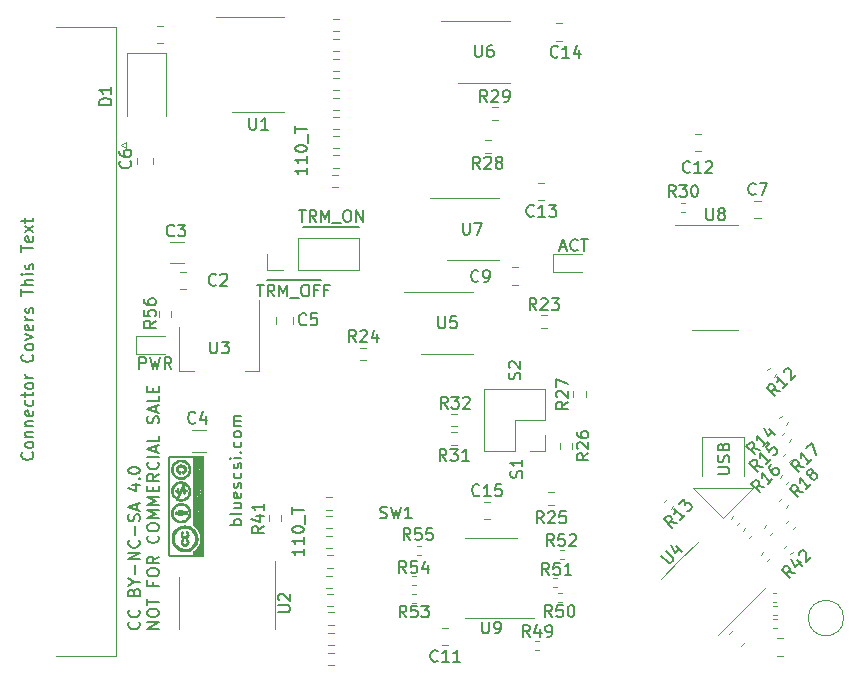
<source format=gbr>
%TF.GenerationSoftware,KiCad,Pcbnew,6.0.5-a6ca702e91~116~ubuntu21.10.1*%
%TF.CreationDate,2023-01-26T05:59:22-07:00*%
%TF.ProjectId,DB25_External,44423235-5f45-4787-9465-726e616c2e6b,rev?*%
%TF.SameCoordinates,Original*%
%TF.FileFunction,Legend,Top*%
%TF.FilePolarity,Positive*%
%FSLAX46Y46*%
G04 Gerber Fmt 4.6, Leading zero omitted, Abs format (unit mm)*
G04 Created by KiCad (PCBNEW 6.0.5-a6ca702e91~116~ubuntu21.10.1) date 2023-01-26 05:59:22*
%MOMM*%
%LPD*%
G01*
G04 APERTURE LIST*
%ADD10C,0.150000*%
%ADD11C,0.120000*%
%ADD12C,0.010000*%
G04 APERTURE END LIST*
D10*
X122140980Y-95460820D02*
X126746000Y-95460820D01*
X125227080Y-90982800D02*
X129895600Y-90982800D01*
X124851825Y-89574120D02*
X125423254Y-89574120D01*
X125137540Y-90574120D02*
X125137540Y-89574120D01*
X126328016Y-90574120D02*
X125994682Y-90097930D01*
X125756587Y-90574120D02*
X125756587Y-89574120D01*
X126137540Y-89574120D01*
X126232778Y-89621740D01*
X126280397Y-89669359D01*
X126328016Y-89764597D01*
X126328016Y-89907454D01*
X126280397Y-90002692D01*
X126232778Y-90050311D01*
X126137540Y-90097930D01*
X125756587Y-90097930D01*
X126756587Y-90574120D02*
X126756587Y-89574120D01*
X127089920Y-90288406D01*
X127423254Y-89574120D01*
X127423254Y-90574120D01*
X127661349Y-90669359D02*
X128423254Y-90669359D01*
X128851825Y-89574120D02*
X129042301Y-89574120D01*
X129137540Y-89621740D01*
X129232778Y-89716978D01*
X129280397Y-89907454D01*
X129280397Y-90240787D01*
X129232778Y-90431263D01*
X129137540Y-90526501D01*
X129042301Y-90574120D01*
X128851825Y-90574120D01*
X128756587Y-90526501D01*
X128661349Y-90431263D01*
X128613730Y-90240787D01*
X128613730Y-89907454D01*
X128661349Y-89716978D01*
X128756587Y-89621740D01*
X128851825Y-89574120D01*
X129708968Y-90574120D02*
X129708968Y-89574120D01*
X130280397Y-90574120D01*
X130280397Y-89574120D01*
X143559161Y-103885904D02*
X143606780Y-103743047D01*
X143606780Y-103504952D01*
X143559161Y-103409714D01*
X143511542Y-103362095D01*
X143416304Y-103314476D01*
X143321066Y-103314476D01*
X143225828Y-103362095D01*
X143178209Y-103409714D01*
X143130590Y-103504952D01*
X143082971Y-103695428D01*
X143035352Y-103790666D01*
X142987733Y-103838285D01*
X142892495Y-103885904D01*
X142797257Y-103885904D01*
X142702019Y-103838285D01*
X142654400Y-103790666D01*
X142606780Y-103695428D01*
X142606780Y-103457333D01*
X142654400Y-103314476D01*
X142702019Y-102933523D02*
X142654400Y-102885904D01*
X142606780Y-102790666D01*
X142606780Y-102552571D01*
X142654400Y-102457333D01*
X142702019Y-102409714D01*
X142797257Y-102362095D01*
X142892495Y-102362095D01*
X143035352Y-102409714D01*
X143606780Y-102981142D01*
X143606780Y-102362095D01*
X119984780Y-116226647D02*
X118984780Y-116226647D01*
X119365733Y-116226647D02*
X119318114Y-116131409D01*
X119318114Y-115940933D01*
X119365733Y-115845695D01*
X119413352Y-115798076D01*
X119508590Y-115750457D01*
X119794304Y-115750457D01*
X119889542Y-115798076D01*
X119937161Y-115845695D01*
X119984780Y-115940933D01*
X119984780Y-116131409D01*
X119937161Y-116226647D01*
X119984780Y-115179028D02*
X119937161Y-115274266D01*
X119841923Y-115321885D01*
X118984780Y-115321885D01*
X119318114Y-114369504D02*
X119984780Y-114369504D01*
X119318114Y-114798076D02*
X119841923Y-114798076D01*
X119937161Y-114750457D01*
X119984780Y-114655219D01*
X119984780Y-114512361D01*
X119937161Y-114417123D01*
X119889542Y-114369504D01*
X119937161Y-113512361D02*
X119984780Y-113607600D01*
X119984780Y-113798076D01*
X119937161Y-113893314D01*
X119841923Y-113940933D01*
X119460971Y-113940933D01*
X119365733Y-113893314D01*
X119318114Y-113798076D01*
X119318114Y-113607600D01*
X119365733Y-113512361D01*
X119460971Y-113464742D01*
X119556209Y-113464742D01*
X119651447Y-113940933D01*
X119937161Y-113083790D02*
X119984780Y-112988552D01*
X119984780Y-112798076D01*
X119937161Y-112702838D01*
X119841923Y-112655219D01*
X119794304Y-112655219D01*
X119699066Y-112702838D01*
X119651447Y-112798076D01*
X119651447Y-112940933D01*
X119603828Y-113036171D01*
X119508590Y-113083790D01*
X119460971Y-113083790D01*
X119365733Y-113036171D01*
X119318114Y-112940933D01*
X119318114Y-112798076D01*
X119365733Y-112702838D01*
X119937161Y-111798076D02*
X119984780Y-111893314D01*
X119984780Y-112083790D01*
X119937161Y-112179028D01*
X119889542Y-112226647D01*
X119794304Y-112274266D01*
X119508590Y-112274266D01*
X119413352Y-112226647D01*
X119365733Y-112179028D01*
X119318114Y-112083790D01*
X119318114Y-111893314D01*
X119365733Y-111798076D01*
X119937161Y-111417123D02*
X119984780Y-111321885D01*
X119984780Y-111131409D01*
X119937161Y-111036171D01*
X119841923Y-110988552D01*
X119794304Y-110988552D01*
X119699066Y-111036171D01*
X119651447Y-111131409D01*
X119651447Y-111274266D01*
X119603828Y-111369504D01*
X119508590Y-111417123D01*
X119460971Y-111417123D01*
X119365733Y-111369504D01*
X119318114Y-111274266D01*
X119318114Y-111131409D01*
X119365733Y-111036171D01*
X119984780Y-110559980D02*
X119318114Y-110559980D01*
X118984780Y-110559980D02*
X119032400Y-110607600D01*
X119080019Y-110559980D01*
X119032400Y-110512361D01*
X118984780Y-110559980D01*
X119080019Y-110559980D01*
X119889542Y-110083790D02*
X119937161Y-110036171D01*
X119984780Y-110083790D01*
X119937161Y-110131409D01*
X119889542Y-110083790D01*
X119984780Y-110083790D01*
X119937161Y-109179028D02*
X119984780Y-109274266D01*
X119984780Y-109464742D01*
X119937161Y-109559980D01*
X119889542Y-109607600D01*
X119794304Y-109655219D01*
X119508590Y-109655219D01*
X119413352Y-109607600D01*
X119365733Y-109559980D01*
X119318114Y-109464742D01*
X119318114Y-109274266D01*
X119365733Y-109179028D01*
X119984780Y-108607600D02*
X119937161Y-108702838D01*
X119889542Y-108750457D01*
X119794304Y-108798076D01*
X119508590Y-108798076D01*
X119413352Y-108750457D01*
X119365733Y-108702838D01*
X119318114Y-108607600D01*
X119318114Y-108464742D01*
X119365733Y-108369504D01*
X119413352Y-108321885D01*
X119508590Y-108274266D01*
X119794304Y-108274266D01*
X119889542Y-108321885D01*
X119937161Y-108369504D01*
X119984780Y-108464742D01*
X119984780Y-108607600D01*
X119984780Y-107845695D02*
X119318114Y-107845695D01*
X119413352Y-107845695D02*
X119365733Y-107798076D01*
X119318114Y-107702838D01*
X119318114Y-107559980D01*
X119365733Y-107464742D01*
X119460971Y-107417123D01*
X119984780Y-107417123D01*
X119460971Y-107417123D02*
X119365733Y-107369504D01*
X119318114Y-107274266D01*
X119318114Y-107131409D01*
X119365733Y-107036171D01*
X119460971Y-106988552D01*
X119984780Y-106988552D01*
X111286742Y-124416576D02*
X111334361Y-124464195D01*
X111381980Y-124607052D01*
X111381980Y-124702290D01*
X111334361Y-124845147D01*
X111239123Y-124940385D01*
X111143885Y-124988004D01*
X110953409Y-125035623D01*
X110810552Y-125035623D01*
X110620076Y-124988004D01*
X110524838Y-124940385D01*
X110429600Y-124845147D01*
X110381980Y-124702290D01*
X110381980Y-124607052D01*
X110429600Y-124464195D01*
X110477219Y-124416576D01*
X111286742Y-123416576D02*
X111334361Y-123464195D01*
X111381980Y-123607052D01*
X111381980Y-123702290D01*
X111334361Y-123845147D01*
X111239123Y-123940385D01*
X111143885Y-123988004D01*
X110953409Y-124035623D01*
X110810552Y-124035623D01*
X110620076Y-123988004D01*
X110524838Y-123940385D01*
X110429600Y-123845147D01*
X110381980Y-123702290D01*
X110381980Y-123607052D01*
X110429600Y-123464195D01*
X110477219Y-123416576D01*
X110858171Y-121892766D02*
X110905790Y-121749909D01*
X110953409Y-121702290D01*
X111048647Y-121654671D01*
X111191504Y-121654671D01*
X111286742Y-121702290D01*
X111334361Y-121749909D01*
X111381980Y-121845147D01*
X111381980Y-122226100D01*
X110381980Y-122226100D01*
X110381980Y-121892766D01*
X110429600Y-121797528D01*
X110477219Y-121749909D01*
X110572457Y-121702290D01*
X110667695Y-121702290D01*
X110762933Y-121749909D01*
X110810552Y-121797528D01*
X110858171Y-121892766D01*
X110858171Y-122226100D01*
X110905790Y-121035623D02*
X111381980Y-121035623D01*
X110381980Y-121368957D02*
X110905790Y-121035623D01*
X110381980Y-120702290D01*
X111001028Y-120368957D02*
X111001028Y-119607052D01*
X111381980Y-119130861D02*
X110381980Y-119130861D01*
X111381980Y-118559433D01*
X110381980Y-118559433D01*
X111286742Y-117511814D02*
X111334361Y-117559433D01*
X111381980Y-117702290D01*
X111381980Y-117797528D01*
X111334361Y-117940385D01*
X111239123Y-118035623D01*
X111143885Y-118083242D01*
X110953409Y-118130861D01*
X110810552Y-118130861D01*
X110620076Y-118083242D01*
X110524838Y-118035623D01*
X110429600Y-117940385D01*
X110381980Y-117797528D01*
X110381980Y-117702290D01*
X110429600Y-117559433D01*
X110477219Y-117511814D01*
X111001028Y-117083242D02*
X111001028Y-116321338D01*
X111334361Y-115892766D02*
X111381980Y-115749909D01*
X111381980Y-115511814D01*
X111334361Y-115416576D01*
X111286742Y-115368957D01*
X111191504Y-115321338D01*
X111096266Y-115321338D01*
X111001028Y-115368957D01*
X110953409Y-115416576D01*
X110905790Y-115511814D01*
X110858171Y-115702290D01*
X110810552Y-115797528D01*
X110762933Y-115845147D01*
X110667695Y-115892766D01*
X110572457Y-115892766D01*
X110477219Y-115845147D01*
X110429600Y-115797528D01*
X110381980Y-115702290D01*
X110381980Y-115464195D01*
X110429600Y-115321338D01*
X111096266Y-114940385D02*
X111096266Y-114464195D01*
X111381980Y-115035623D02*
X110381980Y-114702290D01*
X111381980Y-114368957D01*
X110715314Y-112845147D02*
X111381980Y-112845147D01*
X110334361Y-113083242D02*
X111048647Y-113321338D01*
X111048647Y-112702290D01*
X111286742Y-112321338D02*
X111334361Y-112273719D01*
X111381980Y-112321338D01*
X111334361Y-112368957D01*
X111286742Y-112321338D01*
X111381980Y-112321338D01*
X110381980Y-111654671D02*
X110381980Y-111559433D01*
X110429600Y-111464195D01*
X110477219Y-111416576D01*
X110572457Y-111368957D01*
X110762933Y-111321338D01*
X111001028Y-111321338D01*
X111191504Y-111368957D01*
X111286742Y-111416576D01*
X111334361Y-111464195D01*
X111381980Y-111559433D01*
X111381980Y-111654671D01*
X111334361Y-111749909D01*
X111286742Y-111797528D01*
X111191504Y-111845147D01*
X111001028Y-111892766D01*
X110762933Y-111892766D01*
X110572457Y-111845147D01*
X110477219Y-111797528D01*
X110429600Y-111749909D01*
X110381980Y-111654671D01*
X112991980Y-124988004D02*
X111991980Y-124988004D01*
X112991980Y-124416576D01*
X111991980Y-124416576D01*
X111991980Y-123749909D02*
X111991980Y-123559433D01*
X112039600Y-123464195D01*
X112134838Y-123368957D01*
X112325314Y-123321338D01*
X112658647Y-123321338D01*
X112849123Y-123368957D01*
X112944361Y-123464195D01*
X112991980Y-123559433D01*
X112991980Y-123749909D01*
X112944361Y-123845147D01*
X112849123Y-123940385D01*
X112658647Y-123988004D01*
X112325314Y-123988004D01*
X112134838Y-123940385D01*
X112039600Y-123845147D01*
X111991980Y-123749909D01*
X111991980Y-123035623D02*
X111991980Y-122464195D01*
X112991980Y-122749909D02*
X111991980Y-122749909D01*
X112468171Y-121035623D02*
X112468171Y-121368957D01*
X112991980Y-121368957D02*
X111991980Y-121368957D01*
X111991980Y-120892766D01*
X111991980Y-120321338D02*
X111991980Y-120130861D01*
X112039600Y-120035623D01*
X112134838Y-119940385D01*
X112325314Y-119892766D01*
X112658647Y-119892766D01*
X112849123Y-119940385D01*
X112944361Y-120035623D01*
X112991980Y-120130861D01*
X112991980Y-120321338D01*
X112944361Y-120416576D01*
X112849123Y-120511814D01*
X112658647Y-120559433D01*
X112325314Y-120559433D01*
X112134838Y-120511814D01*
X112039600Y-120416576D01*
X111991980Y-120321338D01*
X112991980Y-118892766D02*
X112515790Y-119226100D01*
X112991980Y-119464195D02*
X111991980Y-119464195D01*
X111991980Y-119083242D01*
X112039600Y-118988004D01*
X112087219Y-118940385D01*
X112182457Y-118892766D01*
X112325314Y-118892766D01*
X112420552Y-118940385D01*
X112468171Y-118988004D01*
X112515790Y-119083242D01*
X112515790Y-119464195D01*
X112896742Y-117130861D02*
X112944361Y-117178480D01*
X112991980Y-117321338D01*
X112991980Y-117416576D01*
X112944361Y-117559433D01*
X112849123Y-117654671D01*
X112753885Y-117702290D01*
X112563409Y-117749909D01*
X112420552Y-117749909D01*
X112230076Y-117702290D01*
X112134838Y-117654671D01*
X112039600Y-117559433D01*
X111991980Y-117416576D01*
X111991980Y-117321338D01*
X112039600Y-117178480D01*
X112087219Y-117130861D01*
X111991980Y-116511814D02*
X111991980Y-116321338D01*
X112039600Y-116226100D01*
X112134838Y-116130861D01*
X112325314Y-116083242D01*
X112658647Y-116083242D01*
X112849123Y-116130861D01*
X112944361Y-116226100D01*
X112991980Y-116321338D01*
X112991980Y-116511814D01*
X112944361Y-116607052D01*
X112849123Y-116702290D01*
X112658647Y-116749909D01*
X112325314Y-116749909D01*
X112134838Y-116702290D01*
X112039600Y-116607052D01*
X111991980Y-116511814D01*
X112991980Y-115654671D02*
X111991980Y-115654671D01*
X112706266Y-115321338D01*
X111991980Y-114988004D01*
X112991980Y-114988004D01*
X112991980Y-114511814D02*
X111991980Y-114511814D01*
X112706266Y-114178480D01*
X111991980Y-113845147D01*
X112991980Y-113845147D01*
X112468171Y-113368957D02*
X112468171Y-113035623D01*
X112991980Y-112892766D02*
X112991980Y-113368957D01*
X111991980Y-113368957D01*
X111991980Y-112892766D01*
X112991980Y-111892766D02*
X112515790Y-112226100D01*
X112991980Y-112464195D02*
X111991980Y-112464195D01*
X111991980Y-112083242D01*
X112039600Y-111988004D01*
X112087219Y-111940385D01*
X112182457Y-111892766D01*
X112325314Y-111892766D01*
X112420552Y-111940385D01*
X112468171Y-111988004D01*
X112515790Y-112083242D01*
X112515790Y-112464195D01*
X112896742Y-110892766D02*
X112944361Y-110940385D01*
X112991980Y-111083242D01*
X112991980Y-111178480D01*
X112944361Y-111321338D01*
X112849123Y-111416576D01*
X112753885Y-111464195D01*
X112563409Y-111511814D01*
X112420552Y-111511814D01*
X112230076Y-111464195D01*
X112134838Y-111416576D01*
X112039600Y-111321338D01*
X111991980Y-111178480D01*
X111991980Y-111083242D01*
X112039600Y-110940385D01*
X112087219Y-110892766D01*
X112991980Y-110464195D02*
X111991980Y-110464195D01*
X112706266Y-110035623D02*
X112706266Y-109559433D01*
X112991980Y-110130861D02*
X111991980Y-109797528D01*
X112991980Y-109464195D01*
X112991980Y-108654671D02*
X112991980Y-109130861D01*
X111991980Y-109130861D01*
X112944361Y-107607052D02*
X112991980Y-107464195D01*
X112991980Y-107226100D01*
X112944361Y-107130861D01*
X112896742Y-107083242D01*
X112801504Y-107035623D01*
X112706266Y-107035623D01*
X112611028Y-107083242D01*
X112563409Y-107130861D01*
X112515790Y-107226100D01*
X112468171Y-107416576D01*
X112420552Y-107511814D01*
X112372933Y-107559433D01*
X112277695Y-107607052D01*
X112182457Y-107607052D01*
X112087219Y-107559433D01*
X112039600Y-107511814D01*
X111991980Y-107416576D01*
X111991980Y-107178480D01*
X112039600Y-107035623D01*
X112706266Y-106654671D02*
X112706266Y-106178480D01*
X112991980Y-106749909D02*
X111991980Y-106416576D01*
X112991980Y-106083242D01*
X112991980Y-105273719D02*
X112991980Y-105749909D01*
X111991980Y-105749909D01*
X112468171Y-104940385D02*
X112468171Y-104607052D01*
X112991980Y-104464195D02*
X112991980Y-104940385D01*
X111991980Y-104940385D01*
X111991980Y-104464195D01*
X125267980Y-118217771D02*
X125267980Y-118789200D01*
X125267980Y-118503485D02*
X124267980Y-118503485D01*
X124410838Y-118598723D01*
X124506076Y-118693961D01*
X124553695Y-118789200D01*
X125267980Y-117265390D02*
X125267980Y-117836819D01*
X125267980Y-117551104D02*
X124267980Y-117551104D01*
X124410838Y-117646342D01*
X124506076Y-117741580D01*
X124553695Y-117836819D01*
X124267980Y-116646342D02*
X124267980Y-116551104D01*
X124315600Y-116455866D01*
X124363219Y-116408247D01*
X124458457Y-116360628D01*
X124648933Y-116313009D01*
X124887028Y-116313009D01*
X125077504Y-116360628D01*
X125172742Y-116408247D01*
X125220361Y-116455866D01*
X125267980Y-116551104D01*
X125267980Y-116646342D01*
X125220361Y-116741580D01*
X125172742Y-116789200D01*
X125077504Y-116836819D01*
X124887028Y-116884438D01*
X124648933Y-116884438D01*
X124458457Y-116836819D01*
X124363219Y-116789200D01*
X124315600Y-116741580D01*
X124267980Y-116646342D01*
X125363219Y-116122533D02*
X125363219Y-115360628D01*
X124267980Y-115265390D02*
X124267980Y-114693961D01*
X125267980Y-114979676D02*
X124267980Y-114979676D01*
X143711561Y-112217104D02*
X143759180Y-112074247D01*
X143759180Y-111836152D01*
X143711561Y-111740914D01*
X143663942Y-111693295D01*
X143568704Y-111645676D01*
X143473466Y-111645676D01*
X143378228Y-111693295D01*
X143330609Y-111740914D01*
X143282990Y-111836152D01*
X143235371Y-112026628D01*
X143187752Y-112121866D01*
X143140133Y-112169485D01*
X143044895Y-112217104D01*
X142949657Y-112217104D01*
X142854419Y-112169485D01*
X142806800Y-112121866D01*
X142759180Y-112026628D01*
X142759180Y-111788533D01*
X142806800Y-111645676D01*
X143759180Y-110693295D02*
X143759180Y-111264723D01*
X143759180Y-110979009D02*
X142759180Y-110979009D01*
X142902038Y-111074247D01*
X142997276Y-111169485D01*
X143044895Y-111264723D01*
X146962952Y-92724266D02*
X147439142Y-92724266D01*
X146867714Y-93009980D02*
X147201047Y-92009980D01*
X147534380Y-93009980D01*
X148439142Y-92914742D02*
X148391523Y-92962361D01*
X148248666Y-93009980D01*
X148153428Y-93009980D01*
X148010571Y-92962361D01*
X147915333Y-92867123D01*
X147867714Y-92771885D01*
X147820095Y-92581409D01*
X147820095Y-92438552D01*
X147867714Y-92248076D01*
X147915333Y-92152838D01*
X148010571Y-92057600D01*
X148153428Y-92009980D01*
X148248666Y-92009980D01*
X148391523Y-92057600D01*
X148439142Y-92105219D01*
X148724857Y-92009980D02*
X149296285Y-92009980D01*
X149010571Y-93009980D02*
X149010571Y-92009980D01*
X125521980Y-85959771D02*
X125521980Y-86531200D01*
X125521980Y-86245485D02*
X124521980Y-86245485D01*
X124664838Y-86340723D01*
X124760076Y-86435961D01*
X124807695Y-86531200D01*
X125521980Y-85007390D02*
X125521980Y-85578819D01*
X125521980Y-85293104D02*
X124521980Y-85293104D01*
X124664838Y-85388342D01*
X124760076Y-85483580D01*
X124807695Y-85578819D01*
X124521980Y-84388342D02*
X124521980Y-84293104D01*
X124569600Y-84197866D01*
X124617219Y-84150247D01*
X124712457Y-84102628D01*
X124902933Y-84055009D01*
X125141028Y-84055009D01*
X125331504Y-84102628D01*
X125426742Y-84150247D01*
X125474361Y-84197866D01*
X125521980Y-84293104D01*
X125521980Y-84388342D01*
X125474361Y-84483580D01*
X125426742Y-84531200D01*
X125331504Y-84578819D01*
X125141028Y-84626438D01*
X124902933Y-84626438D01*
X124712457Y-84578819D01*
X124617219Y-84531200D01*
X124569600Y-84483580D01*
X124521980Y-84388342D01*
X125617219Y-83864533D02*
X125617219Y-83102628D01*
X124521980Y-83007390D02*
X124521980Y-82435961D01*
X125521980Y-82721676D02*
X124521980Y-82721676D01*
X111341066Y-103017580D02*
X111341066Y-102017580D01*
X111722019Y-102017580D01*
X111817257Y-102065200D01*
X111864876Y-102112819D01*
X111912495Y-102208057D01*
X111912495Y-102350914D01*
X111864876Y-102446152D01*
X111817257Y-102493771D01*
X111722019Y-102541390D01*
X111341066Y-102541390D01*
X112245828Y-102017580D02*
X112483923Y-103017580D01*
X112674400Y-102303295D01*
X112864876Y-103017580D01*
X113102971Y-102017580D01*
X114055352Y-103017580D02*
X113722019Y-102541390D01*
X113483923Y-103017580D02*
X113483923Y-102017580D01*
X113864876Y-102017580D01*
X113960114Y-102065200D01*
X114007733Y-102112819D01*
X114055352Y-102208057D01*
X114055352Y-102350914D01*
X114007733Y-102446152D01*
X113960114Y-102493771D01*
X113864876Y-102541390D01*
X113483923Y-102541390D01*
X102261942Y-110080819D02*
X102309561Y-110128438D01*
X102357180Y-110271295D01*
X102357180Y-110366533D01*
X102309561Y-110509390D01*
X102214323Y-110604628D01*
X102119085Y-110652247D01*
X101928609Y-110699866D01*
X101785752Y-110699866D01*
X101595276Y-110652247D01*
X101500038Y-110604628D01*
X101404800Y-110509390D01*
X101357180Y-110366533D01*
X101357180Y-110271295D01*
X101404800Y-110128438D01*
X101452419Y-110080819D01*
X102357180Y-109509390D02*
X102309561Y-109604628D01*
X102261942Y-109652247D01*
X102166704Y-109699866D01*
X101880990Y-109699866D01*
X101785752Y-109652247D01*
X101738133Y-109604628D01*
X101690514Y-109509390D01*
X101690514Y-109366533D01*
X101738133Y-109271295D01*
X101785752Y-109223676D01*
X101880990Y-109176057D01*
X102166704Y-109176057D01*
X102261942Y-109223676D01*
X102309561Y-109271295D01*
X102357180Y-109366533D01*
X102357180Y-109509390D01*
X101690514Y-108747485D02*
X102357180Y-108747485D01*
X101785752Y-108747485D02*
X101738133Y-108699866D01*
X101690514Y-108604628D01*
X101690514Y-108461771D01*
X101738133Y-108366533D01*
X101833371Y-108318914D01*
X102357180Y-108318914D01*
X101690514Y-107842723D02*
X102357180Y-107842723D01*
X101785752Y-107842723D02*
X101738133Y-107795104D01*
X101690514Y-107699866D01*
X101690514Y-107557009D01*
X101738133Y-107461771D01*
X101833371Y-107414152D01*
X102357180Y-107414152D01*
X102309561Y-106557009D02*
X102357180Y-106652247D01*
X102357180Y-106842723D01*
X102309561Y-106937961D01*
X102214323Y-106985580D01*
X101833371Y-106985580D01*
X101738133Y-106937961D01*
X101690514Y-106842723D01*
X101690514Y-106652247D01*
X101738133Y-106557009D01*
X101833371Y-106509390D01*
X101928609Y-106509390D01*
X102023847Y-106985580D01*
X102309561Y-105652247D02*
X102357180Y-105747485D01*
X102357180Y-105937961D01*
X102309561Y-106033200D01*
X102261942Y-106080819D01*
X102166704Y-106128438D01*
X101880990Y-106128438D01*
X101785752Y-106080819D01*
X101738133Y-106033200D01*
X101690514Y-105937961D01*
X101690514Y-105747485D01*
X101738133Y-105652247D01*
X101690514Y-105366533D02*
X101690514Y-104985580D01*
X101357180Y-105223676D02*
X102214323Y-105223676D01*
X102309561Y-105176057D01*
X102357180Y-105080819D01*
X102357180Y-104985580D01*
X102357180Y-104509390D02*
X102309561Y-104604628D01*
X102261942Y-104652247D01*
X102166704Y-104699866D01*
X101880990Y-104699866D01*
X101785752Y-104652247D01*
X101738133Y-104604628D01*
X101690514Y-104509390D01*
X101690514Y-104366533D01*
X101738133Y-104271295D01*
X101785752Y-104223676D01*
X101880990Y-104176057D01*
X102166704Y-104176057D01*
X102261942Y-104223676D01*
X102309561Y-104271295D01*
X102357180Y-104366533D01*
X102357180Y-104509390D01*
X102357180Y-103747485D02*
X101690514Y-103747485D01*
X101880990Y-103747485D02*
X101785752Y-103699866D01*
X101738133Y-103652247D01*
X101690514Y-103557009D01*
X101690514Y-103461771D01*
X102261942Y-101795104D02*
X102309561Y-101842723D01*
X102357180Y-101985580D01*
X102357180Y-102080819D01*
X102309561Y-102223676D01*
X102214323Y-102318914D01*
X102119085Y-102366533D01*
X101928609Y-102414152D01*
X101785752Y-102414152D01*
X101595276Y-102366533D01*
X101500038Y-102318914D01*
X101404800Y-102223676D01*
X101357180Y-102080819D01*
X101357180Y-101985580D01*
X101404800Y-101842723D01*
X101452419Y-101795104D01*
X102357180Y-101223676D02*
X102309561Y-101318914D01*
X102261942Y-101366533D01*
X102166704Y-101414152D01*
X101880990Y-101414152D01*
X101785752Y-101366533D01*
X101738133Y-101318914D01*
X101690514Y-101223676D01*
X101690514Y-101080819D01*
X101738133Y-100985580D01*
X101785752Y-100937961D01*
X101880990Y-100890342D01*
X102166704Y-100890342D01*
X102261942Y-100937961D01*
X102309561Y-100985580D01*
X102357180Y-101080819D01*
X102357180Y-101223676D01*
X101690514Y-100557009D02*
X102357180Y-100318914D01*
X101690514Y-100080819D01*
X102309561Y-99318914D02*
X102357180Y-99414152D01*
X102357180Y-99604628D01*
X102309561Y-99699866D01*
X102214323Y-99747485D01*
X101833371Y-99747485D01*
X101738133Y-99699866D01*
X101690514Y-99604628D01*
X101690514Y-99414152D01*
X101738133Y-99318914D01*
X101833371Y-99271295D01*
X101928609Y-99271295D01*
X102023847Y-99747485D01*
X102357180Y-98842723D02*
X101690514Y-98842723D01*
X101880990Y-98842723D02*
X101785752Y-98795104D01*
X101738133Y-98747485D01*
X101690514Y-98652247D01*
X101690514Y-98557009D01*
X102309561Y-98271295D02*
X102357180Y-98176057D01*
X102357180Y-97985580D01*
X102309561Y-97890342D01*
X102214323Y-97842723D01*
X102166704Y-97842723D01*
X102071466Y-97890342D01*
X102023847Y-97985580D01*
X102023847Y-98128438D01*
X101976228Y-98223676D01*
X101880990Y-98271295D01*
X101833371Y-98271295D01*
X101738133Y-98223676D01*
X101690514Y-98128438D01*
X101690514Y-97985580D01*
X101738133Y-97890342D01*
X101357180Y-96795104D02*
X101357180Y-96223676D01*
X102357180Y-96509390D02*
X101357180Y-96509390D01*
X102357180Y-95890342D02*
X101357180Y-95890342D01*
X102357180Y-95461771D02*
X101833371Y-95461771D01*
X101738133Y-95509390D01*
X101690514Y-95604628D01*
X101690514Y-95747485D01*
X101738133Y-95842723D01*
X101785752Y-95890342D01*
X102357180Y-94985580D02*
X101690514Y-94985580D01*
X101357180Y-94985580D02*
X101404800Y-95033200D01*
X101452419Y-94985580D01*
X101404800Y-94937961D01*
X101357180Y-94985580D01*
X101452419Y-94985580D01*
X102309561Y-94557009D02*
X102357180Y-94461771D01*
X102357180Y-94271295D01*
X102309561Y-94176057D01*
X102214323Y-94128438D01*
X102166704Y-94128438D01*
X102071466Y-94176057D01*
X102023847Y-94271295D01*
X102023847Y-94414152D01*
X101976228Y-94509390D01*
X101880990Y-94557009D01*
X101833371Y-94557009D01*
X101738133Y-94509390D01*
X101690514Y-94414152D01*
X101690514Y-94271295D01*
X101738133Y-94176057D01*
X101357180Y-93080819D02*
X101357180Y-92509390D01*
X102357180Y-92795104D02*
X101357180Y-92795104D01*
X102309561Y-91795104D02*
X102357180Y-91890342D01*
X102357180Y-92080819D01*
X102309561Y-92176057D01*
X102214323Y-92223676D01*
X101833371Y-92223676D01*
X101738133Y-92176057D01*
X101690514Y-92080819D01*
X101690514Y-91890342D01*
X101738133Y-91795104D01*
X101833371Y-91747485D01*
X101928609Y-91747485D01*
X102023847Y-92223676D01*
X102357180Y-91414152D02*
X101690514Y-90890342D01*
X101690514Y-91414152D02*
X102357180Y-90890342D01*
X101690514Y-90652247D02*
X101690514Y-90271295D01*
X101357180Y-90509390D02*
X102214323Y-90509390D01*
X102309561Y-90461771D01*
X102357180Y-90366533D01*
X102357180Y-90271295D01*
X121290152Y-95870780D02*
X121861580Y-95870780D01*
X121575866Y-96870780D02*
X121575866Y-95870780D01*
X122766342Y-96870780D02*
X122433009Y-96394590D01*
X122194914Y-96870780D02*
X122194914Y-95870780D01*
X122575866Y-95870780D01*
X122671104Y-95918400D01*
X122718723Y-95966019D01*
X122766342Y-96061257D01*
X122766342Y-96204114D01*
X122718723Y-96299352D01*
X122671104Y-96346971D01*
X122575866Y-96394590D01*
X122194914Y-96394590D01*
X123194914Y-96870780D02*
X123194914Y-95870780D01*
X123528247Y-96585066D01*
X123861580Y-95870780D01*
X123861580Y-96870780D01*
X124099676Y-96966019D02*
X124861580Y-96966019D01*
X125290152Y-95870780D02*
X125480628Y-95870780D01*
X125575866Y-95918400D01*
X125671104Y-96013638D01*
X125718723Y-96204114D01*
X125718723Y-96537447D01*
X125671104Y-96727923D01*
X125575866Y-96823161D01*
X125480628Y-96870780D01*
X125290152Y-96870780D01*
X125194914Y-96823161D01*
X125099676Y-96727923D01*
X125052057Y-96537447D01*
X125052057Y-96204114D01*
X125099676Y-96013638D01*
X125194914Y-95918400D01*
X125290152Y-95870780D01*
X126480628Y-96346971D02*
X126147295Y-96346971D01*
X126147295Y-96870780D02*
X126147295Y-95870780D01*
X126623485Y-95870780D01*
X127337771Y-96346971D02*
X127004438Y-96346971D01*
X127004438Y-96870780D02*
X127004438Y-95870780D01*
X127480628Y-95870780D01*
%TO.C,C3*%
X114285733Y-91695542D02*
X114238114Y-91743161D01*
X114095257Y-91790780D01*
X114000019Y-91790780D01*
X113857161Y-91743161D01*
X113761923Y-91647923D01*
X113714304Y-91552685D01*
X113666685Y-91362209D01*
X113666685Y-91219352D01*
X113714304Y-91028876D01*
X113761923Y-90933638D01*
X113857161Y-90838400D01*
X114000019Y-90790780D01*
X114095257Y-90790780D01*
X114238114Y-90838400D01*
X114285733Y-90886019D01*
X114619066Y-90790780D02*
X115238114Y-90790780D01*
X114904780Y-91171733D01*
X115047638Y-91171733D01*
X115142876Y-91219352D01*
X115190495Y-91266971D01*
X115238114Y-91362209D01*
X115238114Y-91600304D01*
X115190495Y-91695542D01*
X115142876Y-91743161D01*
X115047638Y-91790780D01*
X114761923Y-91790780D01*
X114666685Y-91743161D01*
X114619066Y-91695542D01*
%TO.C,C4*%
X116089133Y-107545142D02*
X116041514Y-107592761D01*
X115898657Y-107640380D01*
X115803419Y-107640380D01*
X115660561Y-107592761D01*
X115565323Y-107497523D01*
X115517704Y-107402285D01*
X115470085Y-107211809D01*
X115470085Y-107068952D01*
X115517704Y-106878476D01*
X115565323Y-106783238D01*
X115660561Y-106688000D01*
X115803419Y-106640380D01*
X115898657Y-106640380D01*
X116041514Y-106688000D01*
X116089133Y-106735619D01*
X116946276Y-106973714D02*
X116946276Y-107640380D01*
X116708180Y-106592761D02*
X116470085Y-107307047D01*
X117089133Y-107307047D01*
%TO.C,U3*%
X117343015Y-100704400D02*
X117343015Y-101513924D01*
X117390634Y-101609162D01*
X117438253Y-101656781D01*
X117533491Y-101704400D01*
X117723967Y-101704400D01*
X117819205Y-101656781D01*
X117866824Y-101609162D01*
X117914443Y-101513924D01*
X117914443Y-100704400D01*
X118295396Y-100704400D02*
X118914443Y-100704400D01*
X118581110Y-101085353D01*
X118723967Y-101085353D01*
X118819205Y-101132972D01*
X118866824Y-101180591D01*
X118914443Y-101275829D01*
X118914443Y-101513924D01*
X118866824Y-101609162D01*
X118819205Y-101656781D01*
X118723967Y-101704400D01*
X118438253Y-101704400D01*
X118343015Y-101656781D01*
X118295396Y-101609162D01*
%TO.C,RP1*%
X160301180Y-111906304D02*
X161110704Y-111906304D01*
X161205942Y-111858685D01*
X161253561Y-111811066D01*
X161301180Y-111715828D01*
X161301180Y-111525352D01*
X161253561Y-111430114D01*
X161205942Y-111382495D01*
X161110704Y-111334876D01*
X160301180Y-111334876D01*
X161253561Y-110906304D02*
X161301180Y-110763447D01*
X161301180Y-110525352D01*
X161253561Y-110430114D01*
X161205942Y-110382495D01*
X161110704Y-110334876D01*
X161015466Y-110334876D01*
X160920228Y-110382495D01*
X160872609Y-110430114D01*
X160824990Y-110525352D01*
X160777371Y-110715828D01*
X160729752Y-110811066D01*
X160682133Y-110858685D01*
X160586895Y-110906304D01*
X160491657Y-110906304D01*
X160396419Y-110858685D01*
X160348800Y-110811066D01*
X160301180Y-110715828D01*
X160301180Y-110477733D01*
X160348800Y-110334876D01*
X160777371Y-109572971D02*
X160824990Y-109430114D01*
X160872609Y-109382495D01*
X160967847Y-109334876D01*
X161110704Y-109334876D01*
X161205942Y-109382495D01*
X161253561Y-109430114D01*
X161301180Y-109525352D01*
X161301180Y-109906304D01*
X160301180Y-109906304D01*
X160301180Y-109572971D01*
X160348800Y-109477733D01*
X160396419Y-109430114D01*
X160491657Y-109382495D01*
X160586895Y-109382495D01*
X160682133Y-109430114D01*
X160729752Y-109477733D01*
X160777371Y-109572971D01*
X160777371Y-109906304D01*
%TO.C,C2*%
X117823734Y-95863682D02*
X117776115Y-95911301D01*
X117633258Y-95958920D01*
X117538020Y-95958920D01*
X117395162Y-95911301D01*
X117299924Y-95816063D01*
X117252305Y-95720825D01*
X117204686Y-95530349D01*
X117204686Y-95387492D01*
X117252305Y-95197016D01*
X117299924Y-95101778D01*
X117395162Y-95006540D01*
X117538020Y-94958920D01*
X117633258Y-94958920D01*
X117776115Y-95006540D01*
X117823734Y-95054159D01*
X118204686Y-95054159D02*
X118252305Y-95006540D01*
X118347543Y-94958920D01*
X118585639Y-94958920D01*
X118680877Y-95006540D01*
X118728496Y-95054159D01*
X118776115Y-95149397D01*
X118776115Y-95244635D01*
X118728496Y-95387492D01*
X118157067Y-95958920D01*
X118776115Y-95958920D01*
%TO.C,C5*%
X125461733Y-99213942D02*
X125414114Y-99261561D01*
X125271257Y-99309180D01*
X125176019Y-99309180D01*
X125033161Y-99261561D01*
X124937923Y-99166323D01*
X124890304Y-99071085D01*
X124842685Y-98880609D01*
X124842685Y-98737752D01*
X124890304Y-98547276D01*
X124937923Y-98452038D01*
X125033161Y-98356800D01*
X125176019Y-98309180D01*
X125271257Y-98309180D01*
X125414114Y-98356800D01*
X125461733Y-98404419D01*
X126366495Y-98309180D02*
X125890304Y-98309180D01*
X125842685Y-98785371D01*
X125890304Y-98737752D01*
X125985542Y-98690133D01*
X126223638Y-98690133D01*
X126318876Y-98737752D01*
X126366495Y-98785371D01*
X126414114Y-98880609D01*
X126414114Y-99118704D01*
X126366495Y-99213942D01*
X126318876Y-99261561D01*
X126223638Y-99309180D01*
X125985542Y-99309180D01*
X125890304Y-99261561D01*
X125842685Y-99213942D01*
%TO.C,C6*%
X110542342Y-85409066D02*
X110589961Y-85456685D01*
X110637580Y-85599542D01*
X110637580Y-85694780D01*
X110589961Y-85837638D01*
X110494723Y-85932876D01*
X110399485Y-85980495D01*
X110209009Y-86028114D01*
X110066152Y-86028114D01*
X109875676Y-85980495D01*
X109780438Y-85932876D01*
X109685200Y-85837638D01*
X109637580Y-85694780D01*
X109637580Y-85599542D01*
X109685200Y-85456685D01*
X109732819Y-85409066D01*
X109637580Y-84551923D02*
X109637580Y-84742400D01*
X109685200Y-84837638D01*
X109732819Y-84885257D01*
X109875676Y-84980495D01*
X110066152Y-85028114D01*
X110447104Y-85028114D01*
X110542342Y-84980495D01*
X110589961Y-84932876D01*
X110637580Y-84837638D01*
X110637580Y-84647161D01*
X110589961Y-84551923D01*
X110542342Y-84504304D01*
X110447104Y-84456685D01*
X110209009Y-84456685D01*
X110113771Y-84504304D01*
X110066152Y-84551923D01*
X110018533Y-84647161D01*
X110018533Y-84837638D01*
X110066152Y-84932876D01*
X110113771Y-84980495D01*
X110209009Y-85028114D01*
%TO.C,C12*%
X157954742Y-86310742D02*
X157907123Y-86358361D01*
X157764266Y-86405980D01*
X157669028Y-86405980D01*
X157526171Y-86358361D01*
X157430933Y-86263123D01*
X157383314Y-86167885D01*
X157335695Y-85977409D01*
X157335695Y-85834552D01*
X157383314Y-85644076D01*
X157430933Y-85548838D01*
X157526171Y-85453600D01*
X157669028Y-85405980D01*
X157764266Y-85405980D01*
X157907123Y-85453600D01*
X157954742Y-85501219D01*
X158907123Y-86405980D02*
X158335695Y-86405980D01*
X158621409Y-86405980D02*
X158621409Y-85405980D01*
X158526171Y-85548838D01*
X158430933Y-85644076D01*
X158335695Y-85691695D01*
X159288076Y-85501219D02*
X159335695Y-85453600D01*
X159430933Y-85405980D01*
X159669028Y-85405980D01*
X159764266Y-85453600D01*
X159811885Y-85501219D01*
X159859504Y-85596457D01*
X159859504Y-85691695D01*
X159811885Y-85834552D01*
X159240457Y-86405980D01*
X159859504Y-86405980D01*
%TO.C,D1*%
X108961180Y-80646495D02*
X107961180Y-80646495D01*
X107961180Y-80408400D01*
X108008800Y-80265542D01*
X108104038Y-80170304D01*
X108199276Y-80122685D01*
X108389752Y-80075066D01*
X108532609Y-80075066D01*
X108723085Y-80122685D01*
X108818323Y-80170304D01*
X108913561Y-80265542D01*
X108961180Y-80408400D01*
X108961180Y-80646495D01*
X108961180Y-79122685D02*
X108961180Y-79694114D01*
X108961180Y-79408400D02*
X107961180Y-79408400D01*
X108104038Y-79503638D01*
X108199276Y-79598876D01*
X108246895Y-79694114D01*
%TO.C,R42*%
X166844912Y-120306850D02*
X166272493Y-120205835D01*
X166440851Y-120710911D02*
X165733745Y-120003804D01*
X166003119Y-119734430D01*
X166104134Y-119700758D01*
X166171477Y-119700758D01*
X166272493Y-119734430D01*
X166373508Y-119835445D01*
X166407180Y-119936461D01*
X166407180Y-120003804D01*
X166373508Y-120104819D01*
X166104134Y-120374193D01*
X166979600Y-119229354D02*
X167451004Y-119700758D01*
X166541867Y-119128338D02*
X166878584Y-119801774D01*
X167316317Y-119364041D01*
X167147958Y-118724277D02*
X167147958Y-118656934D01*
X167181630Y-118555919D01*
X167349989Y-118387560D01*
X167451004Y-118353888D01*
X167518348Y-118353888D01*
X167619363Y-118387560D01*
X167686706Y-118454903D01*
X167754050Y-118589590D01*
X167754050Y-119397712D01*
X168191783Y-118959980D01*
%TO.C,U2*%
X123072780Y-123596304D02*
X123882304Y-123596304D01*
X123977542Y-123548685D01*
X124025161Y-123501066D01*
X124072780Y-123405828D01*
X124072780Y-123215352D01*
X124025161Y-123120114D01*
X123977542Y-123072495D01*
X123882304Y-123024876D01*
X123072780Y-123024876D01*
X123168019Y-122596304D02*
X123120400Y-122548685D01*
X123072780Y-122453447D01*
X123072780Y-122215352D01*
X123120400Y-122120114D01*
X123168019Y-122072495D01*
X123263257Y-122024876D01*
X123358495Y-122024876D01*
X123501352Y-122072495D01*
X124072780Y-122643923D01*
X124072780Y-122024876D01*
%TO.C,R54*%
X133926342Y-120289580D02*
X133593009Y-119813390D01*
X133354914Y-120289580D02*
X133354914Y-119289580D01*
X133735866Y-119289580D01*
X133831104Y-119337200D01*
X133878723Y-119384819D01*
X133926342Y-119480057D01*
X133926342Y-119622914D01*
X133878723Y-119718152D01*
X133831104Y-119765771D01*
X133735866Y-119813390D01*
X133354914Y-119813390D01*
X134831104Y-119289580D02*
X134354914Y-119289580D01*
X134307295Y-119765771D01*
X134354914Y-119718152D01*
X134450152Y-119670533D01*
X134688247Y-119670533D01*
X134783485Y-119718152D01*
X134831104Y-119765771D01*
X134878723Y-119861009D01*
X134878723Y-120099104D01*
X134831104Y-120194342D01*
X134783485Y-120241961D01*
X134688247Y-120289580D01*
X134450152Y-120289580D01*
X134354914Y-120241961D01*
X134307295Y-120194342D01*
X135735866Y-119622914D02*
X135735866Y-120289580D01*
X135497771Y-119241961D02*
X135259676Y-119956247D01*
X135878723Y-119956247D01*
%TO.C,R16*%
X164254112Y-113042450D02*
X163681693Y-112941435D01*
X163850051Y-113446511D02*
X163142945Y-112739404D01*
X163412319Y-112470030D01*
X163513334Y-112436358D01*
X163580677Y-112436358D01*
X163681693Y-112470030D01*
X163782708Y-112571045D01*
X163816380Y-112672061D01*
X163816380Y-112739404D01*
X163782708Y-112840419D01*
X163513334Y-113109793D01*
X164927548Y-112369015D02*
X164523487Y-112773076D01*
X164725517Y-112571045D02*
X164018410Y-111863938D01*
X164052082Y-112032297D01*
X164052082Y-112166984D01*
X164018410Y-112268000D01*
X164826532Y-111055816D02*
X164691845Y-111190503D01*
X164658174Y-111291519D01*
X164658174Y-111358862D01*
X164691845Y-111527221D01*
X164792861Y-111695580D01*
X165062235Y-111964954D01*
X165163250Y-111998625D01*
X165230593Y-111998625D01*
X165331609Y-111964954D01*
X165466296Y-111830267D01*
X165499967Y-111729251D01*
X165499967Y-111661908D01*
X165466296Y-111560893D01*
X165297937Y-111392534D01*
X165196922Y-111358862D01*
X165129578Y-111358862D01*
X165028563Y-111392534D01*
X164893876Y-111527221D01*
X164860204Y-111628236D01*
X164860204Y-111695580D01*
X164893876Y-111796595D01*
%TO.C,R50*%
X146270742Y-123999580D02*
X145937409Y-123523390D01*
X145699314Y-123999580D02*
X145699314Y-122999580D01*
X146080266Y-122999580D01*
X146175504Y-123047200D01*
X146223123Y-123094819D01*
X146270742Y-123190057D01*
X146270742Y-123332914D01*
X146223123Y-123428152D01*
X146175504Y-123475771D01*
X146080266Y-123523390D01*
X145699314Y-123523390D01*
X147175504Y-122999580D02*
X146699314Y-122999580D01*
X146651695Y-123475771D01*
X146699314Y-123428152D01*
X146794552Y-123380533D01*
X147032647Y-123380533D01*
X147127885Y-123428152D01*
X147175504Y-123475771D01*
X147223123Y-123571009D01*
X147223123Y-123809104D01*
X147175504Y-123904342D01*
X147127885Y-123951961D01*
X147032647Y-123999580D01*
X146794552Y-123999580D01*
X146699314Y-123951961D01*
X146651695Y-123904342D01*
X147842171Y-122999580D02*
X147937409Y-122999580D01*
X148032647Y-123047200D01*
X148080266Y-123094819D01*
X148127885Y-123190057D01*
X148175504Y-123380533D01*
X148175504Y-123618628D01*
X148127885Y-123809104D01*
X148080266Y-123904342D01*
X148032647Y-123951961D01*
X147937409Y-123999580D01*
X147842171Y-123999580D01*
X147746933Y-123951961D01*
X147699314Y-123904342D01*
X147651695Y-123809104D01*
X147604076Y-123618628D01*
X147604076Y-123380533D01*
X147651695Y-123190057D01*
X147699314Y-123094819D01*
X147746933Y-123047200D01*
X147842171Y-122999580D01*
%TO.C,C7*%
X163510933Y-88186742D02*
X163463314Y-88234361D01*
X163320457Y-88281980D01*
X163225219Y-88281980D01*
X163082361Y-88234361D01*
X162987123Y-88139123D01*
X162939504Y-88043885D01*
X162891885Y-87853409D01*
X162891885Y-87710552D01*
X162939504Y-87520076D01*
X162987123Y-87424838D01*
X163082361Y-87329600D01*
X163225219Y-87281980D01*
X163320457Y-87281980D01*
X163463314Y-87329600D01*
X163510933Y-87377219D01*
X163844266Y-87281980D02*
X164510933Y-87281980D01*
X164082361Y-88281980D01*
%TO.C,R56*%
X112720380Y-98940857D02*
X112244190Y-99274190D01*
X112720380Y-99512285D02*
X111720380Y-99512285D01*
X111720380Y-99131333D01*
X111768000Y-99036095D01*
X111815619Y-98988476D01*
X111910857Y-98940857D01*
X112053714Y-98940857D01*
X112148952Y-98988476D01*
X112196571Y-99036095D01*
X112244190Y-99131333D01*
X112244190Y-99512285D01*
X111720380Y-98036095D02*
X111720380Y-98512285D01*
X112196571Y-98559904D01*
X112148952Y-98512285D01*
X112101333Y-98417047D01*
X112101333Y-98178952D01*
X112148952Y-98083714D01*
X112196571Y-98036095D01*
X112291809Y-97988476D01*
X112529904Y-97988476D01*
X112625142Y-98036095D01*
X112672761Y-98083714D01*
X112720380Y-98178952D01*
X112720380Y-98417047D01*
X112672761Y-98512285D01*
X112625142Y-98559904D01*
X111720380Y-97131333D02*
X111720380Y-97321809D01*
X111768000Y-97417047D01*
X111815619Y-97464666D01*
X111958476Y-97559904D01*
X112148952Y-97607523D01*
X112529904Y-97607523D01*
X112625142Y-97559904D01*
X112672761Y-97512285D01*
X112720380Y-97417047D01*
X112720380Y-97226571D01*
X112672761Y-97131333D01*
X112625142Y-97083714D01*
X112529904Y-97036095D01*
X112291809Y-97036095D01*
X112196571Y-97083714D01*
X112148952Y-97131333D01*
X112101333Y-97226571D01*
X112101333Y-97417047D01*
X112148952Y-97512285D01*
X112196571Y-97559904D01*
X112291809Y-97607523D01*
%TO.C,U1*%
X120650095Y-81748380D02*
X120650095Y-82557904D01*
X120697714Y-82653142D01*
X120745333Y-82700761D01*
X120840571Y-82748380D01*
X121031047Y-82748380D01*
X121126285Y-82700761D01*
X121173904Y-82653142D01*
X121221523Y-82557904D01*
X121221523Y-81748380D01*
X122221523Y-82748380D02*
X121650095Y-82748380D01*
X121935809Y-82748380D02*
X121935809Y-81748380D01*
X121840571Y-81891238D01*
X121745333Y-81986476D01*
X121650095Y-82034095D01*
%TO.C,R17*%
X167588304Y-111333858D02*
X167015885Y-111232843D01*
X167184243Y-111737919D02*
X166477137Y-111030812D01*
X166746511Y-110761438D01*
X166847526Y-110727766D01*
X166914869Y-110727766D01*
X167015885Y-110761438D01*
X167116900Y-110862453D01*
X167150572Y-110963469D01*
X167150572Y-111030812D01*
X167116900Y-111131827D01*
X166847526Y-111401201D01*
X168261740Y-110660423D02*
X167857679Y-111064484D01*
X168059709Y-110862453D02*
X167352602Y-110155346D01*
X167386274Y-110323705D01*
X167386274Y-110458392D01*
X167352602Y-110559408D01*
X167790335Y-109717614D02*
X168261740Y-109246209D01*
X168665801Y-110256362D01*
%TO.C,R13*%
X156851827Y-116054165D02*
X156279408Y-115953150D01*
X156447766Y-116458226D02*
X155740660Y-115751119D01*
X156010034Y-115481745D01*
X156111049Y-115448073D01*
X156178392Y-115448073D01*
X156279408Y-115481745D01*
X156380423Y-115582760D01*
X156414095Y-115683776D01*
X156414095Y-115751119D01*
X156380423Y-115852134D01*
X156111049Y-116121508D01*
X157525263Y-115380730D02*
X157121202Y-115784791D01*
X157323232Y-115582760D02*
X156616125Y-114875653D01*
X156649797Y-115044012D01*
X156649797Y-115178699D01*
X156616125Y-115279715D01*
X157053858Y-114437921D02*
X157491591Y-114000188D01*
X157525263Y-114505264D01*
X157626278Y-114404249D01*
X157727293Y-114370577D01*
X157794637Y-114370577D01*
X157895652Y-114404249D01*
X158064011Y-114572608D01*
X158097682Y-114673623D01*
X158097682Y-114740966D01*
X158064011Y-114841982D01*
X157861980Y-115044012D01*
X157760965Y-115077684D01*
X157693621Y-115077684D01*
%TO.C,U4*%
X155517860Y-118821198D02*
X156090280Y-119393618D01*
X156191295Y-119427290D01*
X156258639Y-119427290D01*
X156359654Y-119393618D01*
X156494341Y-119258931D01*
X156528013Y-119157916D01*
X156528013Y-119090572D01*
X156494341Y-118989557D01*
X155921921Y-118417137D01*
X156797387Y-118013076D02*
X157268791Y-118484481D01*
X156359654Y-117912061D02*
X156696372Y-118585496D01*
X157134104Y-118147763D01*
%TO.C,R18*%
X167505312Y-113448850D02*
X166932893Y-113347835D01*
X167101251Y-113852911D02*
X166394145Y-113145804D01*
X166663519Y-112876430D01*
X166764534Y-112842758D01*
X166831877Y-112842758D01*
X166932893Y-112876430D01*
X167033908Y-112977445D01*
X167067580Y-113078461D01*
X167067580Y-113145804D01*
X167033908Y-113246819D01*
X166764534Y-113516193D01*
X168178748Y-112775415D02*
X167774687Y-113179476D01*
X167976717Y-112977445D02*
X167269610Y-112270338D01*
X167303282Y-112438697D01*
X167303282Y-112573384D01*
X167269610Y-112674400D01*
X168178748Y-111967293D02*
X168077732Y-112000964D01*
X168010389Y-112000964D01*
X167909374Y-111967293D01*
X167875702Y-111933621D01*
X167842030Y-111832606D01*
X167842030Y-111765262D01*
X167875702Y-111664247D01*
X168010389Y-111529560D01*
X168111404Y-111495888D01*
X168178748Y-111495888D01*
X168279763Y-111529560D01*
X168313435Y-111563232D01*
X168347106Y-111664247D01*
X168347106Y-111731590D01*
X168313435Y-111832606D01*
X168178748Y-111967293D01*
X168145076Y-112068308D01*
X168145076Y-112135651D01*
X168178748Y-112236667D01*
X168313435Y-112371354D01*
X168414450Y-112405025D01*
X168481793Y-112405025D01*
X168582809Y-112371354D01*
X168717496Y-112236667D01*
X168751167Y-112135651D01*
X168751167Y-112068308D01*
X168717496Y-111967293D01*
X168582809Y-111832606D01*
X168481793Y-111798934D01*
X168414450Y-111798934D01*
X168313435Y-111832606D01*
%TO.C,C15*%
X140123942Y-113688342D02*
X140076323Y-113735961D01*
X139933466Y-113783580D01*
X139838228Y-113783580D01*
X139695371Y-113735961D01*
X139600133Y-113640723D01*
X139552514Y-113545485D01*
X139504895Y-113355009D01*
X139504895Y-113212152D01*
X139552514Y-113021676D01*
X139600133Y-112926438D01*
X139695371Y-112831200D01*
X139838228Y-112783580D01*
X139933466Y-112783580D01*
X140076323Y-112831200D01*
X140123942Y-112878819D01*
X141076323Y-113783580D02*
X140504895Y-113783580D01*
X140790609Y-113783580D02*
X140790609Y-112783580D01*
X140695371Y-112926438D01*
X140600133Y-113021676D01*
X140504895Y-113069295D01*
X141981085Y-112783580D02*
X141504895Y-112783580D01*
X141457276Y-113259771D01*
X141504895Y-113212152D01*
X141600133Y-113164533D01*
X141838228Y-113164533D01*
X141933466Y-113212152D01*
X141981085Y-113259771D01*
X142028704Y-113355009D01*
X142028704Y-113593104D01*
X141981085Y-113688342D01*
X141933466Y-113735961D01*
X141838228Y-113783580D01*
X141600133Y-113783580D01*
X141504895Y-113735961D01*
X141457276Y-113688342D01*
%TO.C,C14*%
X146778742Y-76557142D02*
X146731123Y-76604761D01*
X146588266Y-76652380D01*
X146493028Y-76652380D01*
X146350171Y-76604761D01*
X146254933Y-76509523D01*
X146207314Y-76414285D01*
X146159695Y-76223809D01*
X146159695Y-76080952D01*
X146207314Y-75890476D01*
X146254933Y-75795238D01*
X146350171Y-75700000D01*
X146493028Y-75652380D01*
X146588266Y-75652380D01*
X146731123Y-75700000D01*
X146778742Y-75747619D01*
X147731123Y-76652380D02*
X147159695Y-76652380D01*
X147445409Y-76652380D02*
X147445409Y-75652380D01*
X147350171Y-75795238D01*
X147254933Y-75890476D01*
X147159695Y-75938095D01*
X148588266Y-75985714D02*
X148588266Y-76652380D01*
X148350171Y-75604761D02*
X148112076Y-76319047D01*
X148731123Y-76319047D01*
%TO.C,U8*%
X159345495Y-89422380D02*
X159345495Y-90231904D01*
X159393114Y-90327142D01*
X159440733Y-90374761D01*
X159535971Y-90422380D01*
X159726447Y-90422380D01*
X159821685Y-90374761D01*
X159869304Y-90327142D01*
X159916923Y-90231904D01*
X159916923Y-89422380D01*
X160535971Y-89850952D02*
X160440733Y-89803333D01*
X160393114Y-89755714D01*
X160345495Y-89660476D01*
X160345495Y-89612857D01*
X160393114Y-89517619D01*
X160440733Y-89470000D01*
X160535971Y-89422380D01*
X160726447Y-89422380D01*
X160821685Y-89470000D01*
X160869304Y-89517619D01*
X160916923Y-89612857D01*
X160916923Y-89660476D01*
X160869304Y-89755714D01*
X160821685Y-89803333D01*
X160726447Y-89850952D01*
X160535971Y-89850952D01*
X160440733Y-89898571D01*
X160393114Y-89946190D01*
X160345495Y-90041428D01*
X160345495Y-90231904D01*
X160393114Y-90327142D01*
X160440733Y-90374761D01*
X160535971Y-90422380D01*
X160726447Y-90422380D01*
X160821685Y-90374761D01*
X160869304Y-90327142D01*
X160916923Y-90231904D01*
X160916923Y-90041428D01*
X160869304Y-89946190D01*
X160821685Y-89898571D01*
X160726447Y-89850952D01*
%TO.C,R53*%
X133938442Y-124050380D02*
X133605109Y-123574190D01*
X133367014Y-124050380D02*
X133367014Y-123050380D01*
X133747966Y-123050380D01*
X133843204Y-123098000D01*
X133890823Y-123145619D01*
X133938442Y-123240857D01*
X133938442Y-123383714D01*
X133890823Y-123478952D01*
X133843204Y-123526571D01*
X133747966Y-123574190D01*
X133367014Y-123574190D01*
X134843204Y-123050380D02*
X134367014Y-123050380D01*
X134319395Y-123526571D01*
X134367014Y-123478952D01*
X134462252Y-123431333D01*
X134700347Y-123431333D01*
X134795585Y-123478952D01*
X134843204Y-123526571D01*
X134890823Y-123621809D01*
X134890823Y-123859904D01*
X134843204Y-123955142D01*
X134795585Y-124002761D01*
X134700347Y-124050380D01*
X134462252Y-124050380D01*
X134367014Y-124002761D01*
X134319395Y-123955142D01*
X135224157Y-123050380D02*
X135843204Y-123050380D01*
X135509871Y-123431333D01*
X135652728Y-123431333D01*
X135747966Y-123478952D01*
X135795585Y-123526571D01*
X135843204Y-123621809D01*
X135843204Y-123859904D01*
X135795585Y-123955142D01*
X135747966Y-124002761D01*
X135652728Y-124050380D01*
X135367014Y-124050380D01*
X135271776Y-124002761D01*
X135224157Y-123955142D01*
%TO.C,R31*%
X137331842Y-110797580D02*
X136998509Y-110321390D01*
X136760414Y-110797580D02*
X136760414Y-109797580D01*
X137141366Y-109797580D01*
X137236604Y-109845200D01*
X137284223Y-109892819D01*
X137331842Y-109988057D01*
X137331842Y-110130914D01*
X137284223Y-110226152D01*
X137236604Y-110273771D01*
X137141366Y-110321390D01*
X136760414Y-110321390D01*
X137665176Y-109797580D02*
X138284223Y-109797580D01*
X137950890Y-110178533D01*
X138093747Y-110178533D01*
X138188985Y-110226152D01*
X138236604Y-110273771D01*
X138284223Y-110369009D01*
X138284223Y-110607104D01*
X138236604Y-110702342D01*
X138188985Y-110749961D01*
X138093747Y-110797580D01*
X137808033Y-110797580D01*
X137712795Y-110749961D01*
X137665176Y-110702342D01*
X139236604Y-110797580D02*
X138665176Y-110797580D01*
X138950890Y-110797580D02*
X138950890Y-109797580D01*
X138855652Y-109940438D01*
X138760414Y-110035676D01*
X138665176Y-110083295D01*
%TO.C,R15*%
X164101712Y-111315250D02*
X163529293Y-111214235D01*
X163697651Y-111719311D02*
X162990545Y-111012204D01*
X163259919Y-110742830D01*
X163360934Y-110709158D01*
X163428277Y-110709158D01*
X163529293Y-110742830D01*
X163630308Y-110843845D01*
X163663980Y-110944861D01*
X163663980Y-111012204D01*
X163630308Y-111113219D01*
X163360934Y-111382593D01*
X164775148Y-110641815D02*
X164371087Y-111045876D01*
X164573117Y-110843845D02*
X163866010Y-110136738D01*
X163899682Y-110305097D01*
X163899682Y-110439784D01*
X163866010Y-110540800D01*
X164707804Y-109294945D02*
X164371087Y-109631662D01*
X164674132Y-110002051D01*
X164674132Y-109934708D01*
X164707804Y-109833693D01*
X164876163Y-109665334D01*
X164977178Y-109631662D01*
X165044522Y-109631662D01*
X165145537Y-109665334D01*
X165313896Y-109833693D01*
X165347567Y-109934708D01*
X165347567Y-110002051D01*
X165313896Y-110103067D01*
X165145537Y-110271425D01*
X165044522Y-110305097D01*
X164977178Y-110305097D01*
%TO.C,R32*%
X137431542Y-106370380D02*
X137098209Y-105894190D01*
X136860114Y-106370380D02*
X136860114Y-105370380D01*
X137241066Y-105370380D01*
X137336304Y-105418000D01*
X137383923Y-105465619D01*
X137431542Y-105560857D01*
X137431542Y-105703714D01*
X137383923Y-105798952D01*
X137336304Y-105846571D01*
X137241066Y-105894190D01*
X136860114Y-105894190D01*
X137764876Y-105370380D02*
X138383923Y-105370380D01*
X138050590Y-105751333D01*
X138193447Y-105751333D01*
X138288685Y-105798952D01*
X138336304Y-105846571D01*
X138383923Y-105941809D01*
X138383923Y-106179904D01*
X138336304Y-106275142D01*
X138288685Y-106322761D01*
X138193447Y-106370380D01*
X137907733Y-106370380D01*
X137812495Y-106322761D01*
X137764876Y-106275142D01*
X138764876Y-105465619D02*
X138812495Y-105418000D01*
X138907733Y-105370380D01*
X139145828Y-105370380D01*
X139241066Y-105418000D01*
X139288685Y-105465619D01*
X139336304Y-105560857D01*
X139336304Y-105656095D01*
X139288685Y-105798952D01*
X138717257Y-106370380D01*
X139336304Y-106370380D01*
%TO.C,R41*%
X121856780Y-116314457D02*
X121380590Y-116647790D01*
X121856780Y-116885885D02*
X120856780Y-116885885D01*
X120856780Y-116504933D01*
X120904400Y-116409695D01*
X120952019Y-116362076D01*
X121047257Y-116314457D01*
X121190114Y-116314457D01*
X121285352Y-116362076D01*
X121332971Y-116409695D01*
X121380590Y-116504933D01*
X121380590Y-116885885D01*
X121190114Y-115457314D02*
X121856780Y-115457314D01*
X120809161Y-115695409D02*
X121523447Y-115933504D01*
X121523447Y-115314457D01*
X121856780Y-114409695D02*
X121856780Y-114981123D01*
X121856780Y-114695409D02*
X120856780Y-114695409D01*
X120999638Y-114790647D01*
X121094876Y-114885885D01*
X121142495Y-114981123D01*
%TO.C,R49*%
X144389421Y-125693307D02*
X144056088Y-125217117D01*
X143817993Y-125693307D02*
X143817993Y-124693307D01*
X144198945Y-124693307D01*
X144294183Y-124740927D01*
X144341802Y-124788546D01*
X144389421Y-124883784D01*
X144389421Y-125026641D01*
X144341802Y-125121879D01*
X144294183Y-125169498D01*
X144198945Y-125217117D01*
X143817993Y-125217117D01*
X145246564Y-125026641D02*
X145246564Y-125693307D01*
X145008469Y-124645688D02*
X144770374Y-125359974D01*
X145389421Y-125359974D01*
X145817993Y-125693307D02*
X146008469Y-125693307D01*
X146103707Y-125645688D01*
X146151326Y-125598069D01*
X146246564Y-125455212D01*
X146294183Y-125264736D01*
X146294183Y-124883784D01*
X146246564Y-124788546D01*
X146198945Y-124740927D01*
X146103707Y-124693307D01*
X145913231Y-124693307D01*
X145817993Y-124740927D01*
X145770374Y-124788546D01*
X145722755Y-124883784D01*
X145722755Y-125121879D01*
X145770374Y-125217117D01*
X145817993Y-125264736D01*
X145913231Y-125312355D01*
X146103707Y-125312355D01*
X146198945Y-125264736D01*
X146246564Y-125217117D01*
X146294183Y-125121879D01*
%TO.C,R30*%
X156735542Y-88437980D02*
X156402209Y-87961790D01*
X156164114Y-88437980D02*
X156164114Y-87437980D01*
X156545066Y-87437980D01*
X156640304Y-87485600D01*
X156687923Y-87533219D01*
X156735542Y-87628457D01*
X156735542Y-87771314D01*
X156687923Y-87866552D01*
X156640304Y-87914171D01*
X156545066Y-87961790D01*
X156164114Y-87961790D01*
X157068876Y-87437980D02*
X157687923Y-87437980D01*
X157354590Y-87818933D01*
X157497447Y-87818933D01*
X157592685Y-87866552D01*
X157640304Y-87914171D01*
X157687923Y-88009409D01*
X157687923Y-88247504D01*
X157640304Y-88342742D01*
X157592685Y-88390361D01*
X157497447Y-88437980D01*
X157211733Y-88437980D01*
X157116495Y-88390361D01*
X157068876Y-88342742D01*
X158306971Y-87437980D02*
X158402209Y-87437980D01*
X158497447Y-87485600D01*
X158545066Y-87533219D01*
X158592685Y-87628457D01*
X158640304Y-87818933D01*
X158640304Y-88057028D01*
X158592685Y-88247504D01*
X158545066Y-88342742D01*
X158497447Y-88390361D01*
X158402209Y-88437980D01*
X158306971Y-88437980D01*
X158211733Y-88390361D01*
X158164114Y-88342742D01*
X158116495Y-88247504D01*
X158068876Y-88057028D01*
X158068876Y-87818933D01*
X158116495Y-87628457D01*
X158164114Y-87533219D01*
X158211733Y-87485600D01*
X158306971Y-87437980D01*
%TO.C,R27*%
X147612380Y-105796957D02*
X147136190Y-106130290D01*
X147612380Y-106368385D02*
X146612380Y-106368385D01*
X146612380Y-105987433D01*
X146660000Y-105892195D01*
X146707619Y-105844576D01*
X146802857Y-105796957D01*
X146945714Y-105796957D01*
X147040952Y-105844576D01*
X147088571Y-105892195D01*
X147136190Y-105987433D01*
X147136190Y-106368385D01*
X146707619Y-105416004D02*
X146660000Y-105368385D01*
X146612380Y-105273147D01*
X146612380Y-105035052D01*
X146660000Y-104939814D01*
X146707619Y-104892195D01*
X146802857Y-104844576D01*
X146898095Y-104844576D01*
X147040952Y-104892195D01*
X147612380Y-105463623D01*
X147612380Y-104844576D01*
X146612380Y-104511242D02*
X146612380Y-103844576D01*
X147612380Y-104273147D01*
%TO.C,R55*%
X134281942Y-117495580D02*
X133948609Y-117019390D01*
X133710514Y-117495580D02*
X133710514Y-116495580D01*
X134091466Y-116495580D01*
X134186704Y-116543200D01*
X134234323Y-116590819D01*
X134281942Y-116686057D01*
X134281942Y-116828914D01*
X134234323Y-116924152D01*
X134186704Y-116971771D01*
X134091466Y-117019390D01*
X133710514Y-117019390D01*
X135186704Y-116495580D02*
X134710514Y-116495580D01*
X134662895Y-116971771D01*
X134710514Y-116924152D01*
X134805752Y-116876533D01*
X135043847Y-116876533D01*
X135139085Y-116924152D01*
X135186704Y-116971771D01*
X135234323Y-117067009D01*
X135234323Y-117305104D01*
X135186704Y-117400342D01*
X135139085Y-117447961D01*
X135043847Y-117495580D01*
X134805752Y-117495580D01*
X134710514Y-117447961D01*
X134662895Y-117400342D01*
X136139085Y-116495580D02*
X135662895Y-116495580D01*
X135615276Y-116971771D01*
X135662895Y-116924152D01*
X135758133Y-116876533D01*
X135996228Y-116876533D01*
X136091466Y-116924152D01*
X136139085Y-116971771D01*
X136186704Y-117067009D01*
X136186704Y-117305104D01*
X136139085Y-117400342D01*
X136091466Y-117447961D01*
X135996228Y-117495580D01*
X135758133Y-117495580D01*
X135662895Y-117447961D01*
X135615276Y-117400342D01*
%TO.C,R12*%
X165573331Y-104894261D02*
X165000912Y-104793246D01*
X165169270Y-105298322D02*
X164462164Y-104591215D01*
X164731538Y-104321841D01*
X164832553Y-104288169D01*
X164899896Y-104288169D01*
X165000912Y-104321841D01*
X165101927Y-104422856D01*
X165135599Y-104523872D01*
X165135599Y-104591215D01*
X165101927Y-104692230D01*
X164832553Y-104961604D01*
X166246767Y-104220826D02*
X165842706Y-104624887D01*
X166044736Y-104422856D02*
X165337629Y-103715749D01*
X165371301Y-103884108D01*
X165371301Y-104018795D01*
X165337629Y-104119811D01*
X165876377Y-103311688D02*
X165876377Y-103244345D01*
X165910049Y-103143330D01*
X166078408Y-102974971D01*
X166179423Y-102941299D01*
X166246767Y-102941299D01*
X166347782Y-102974971D01*
X166415125Y-103042314D01*
X166482469Y-103177001D01*
X166482469Y-103985123D01*
X166920202Y-103547391D01*
%TO.C,R51*%
X146016742Y-120441980D02*
X145683409Y-119965790D01*
X145445314Y-120441980D02*
X145445314Y-119441980D01*
X145826266Y-119441980D01*
X145921504Y-119489600D01*
X145969123Y-119537219D01*
X146016742Y-119632457D01*
X146016742Y-119775314D01*
X145969123Y-119870552D01*
X145921504Y-119918171D01*
X145826266Y-119965790D01*
X145445314Y-119965790D01*
X146921504Y-119441980D02*
X146445314Y-119441980D01*
X146397695Y-119918171D01*
X146445314Y-119870552D01*
X146540552Y-119822933D01*
X146778647Y-119822933D01*
X146873885Y-119870552D01*
X146921504Y-119918171D01*
X146969123Y-120013409D01*
X146969123Y-120251504D01*
X146921504Y-120346742D01*
X146873885Y-120394361D01*
X146778647Y-120441980D01*
X146540552Y-120441980D01*
X146445314Y-120394361D01*
X146397695Y-120346742D01*
X147921504Y-120441980D02*
X147350076Y-120441980D01*
X147635790Y-120441980D02*
X147635790Y-119441980D01*
X147540552Y-119584838D01*
X147445314Y-119680076D01*
X147350076Y-119727695D01*
%TO.C,R24*%
X129659142Y-100731580D02*
X129325809Y-100255390D01*
X129087714Y-100731580D02*
X129087714Y-99731580D01*
X129468666Y-99731580D01*
X129563904Y-99779200D01*
X129611523Y-99826819D01*
X129659142Y-99922057D01*
X129659142Y-100064914D01*
X129611523Y-100160152D01*
X129563904Y-100207771D01*
X129468666Y-100255390D01*
X129087714Y-100255390D01*
X130040095Y-99826819D02*
X130087714Y-99779200D01*
X130182952Y-99731580D01*
X130421047Y-99731580D01*
X130516285Y-99779200D01*
X130563904Y-99826819D01*
X130611523Y-99922057D01*
X130611523Y-100017295D01*
X130563904Y-100160152D01*
X129992476Y-100731580D01*
X130611523Y-100731580D01*
X131468666Y-100064914D02*
X131468666Y-100731580D01*
X131230571Y-99683961D02*
X130992476Y-100398247D01*
X131611523Y-100398247D01*
%TO.C,C9*%
X140041333Y-95556342D02*
X139993714Y-95603961D01*
X139850857Y-95651580D01*
X139755619Y-95651580D01*
X139612761Y-95603961D01*
X139517523Y-95508723D01*
X139469904Y-95413485D01*
X139422285Y-95223009D01*
X139422285Y-95080152D01*
X139469904Y-94889676D01*
X139517523Y-94794438D01*
X139612761Y-94699200D01*
X139755619Y-94651580D01*
X139850857Y-94651580D01*
X139993714Y-94699200D01*
X140041333Y-94746819D01*
X140517523Y-95651580D02*
X140708000Y-95651580D01*
X140803238Y-95603961D01*
X140850857Y-95556342D01*
X140946095Y-95413485D01*
X140993714Y-95223009D01*
X140993714Y-94842057D01*
X140946095Y-94746819D01*
X140898476Y-94699200D01*
X140803238Y-94651580D01*
X140612761Y-94651580D01*
X140517523Y-94699200D01*
X140469904Y-94746819D01*
X140422285Y-94842057D01*
X140422285Y-95080152D01*
X140469904Y-95175390D01*
X140517523Y-95223009D01*
X140612761Y-95270628D01*
X140803238Y-95270628D01*
X140898476Y-95223009D01*
X140946095Y-95175390D01*
X140993714Y-95080152D01*
%TO.C,R26*%
X149354780Y-110165757D02*
X148878590Y-110499090D01*
X149354780Y-110737185D02*
X148354780Y-110737185D01*
X148354780Y-110356233D01*
X148402400Y-110260995D01*
X148450019Y-110213376D01*
X148545257Y-110165757D01*
X148688114Y-110165757D01*
X148783352Y-110213376D01*
X148830971Y-110260995D01*
X148878590Y-110356233D01*
X148878590Y-110737185D01*
X148450019Y-109784804D02*
X148402400Y-109737185D01*
X148354780Y-109641947D01*
X148354780Y-109403852D01*
X148402400Y-109308614D01*
X148450019Y-109260995D01*
X148545257Y-109213376D01*
X148640495Y-109213376D01*
X148783352Y-109260995D01*
X149354780Y-109832423D01*
X149354780Y-109213376D01*
X148354780Y-108356233D02*
X148354780Y-108546709D01*
X148402400Y-108641947D01*
X148450019Y-108689566D01*
X148592876Y-108784804D01*
X148783352Y-108832423D01*
X149164304Y-108832423D01*
X149259542Y-108784804D01*
X149307161Y-108737185D01*
X149354780Y-108641947D01*
X149354780Y-108451471D01*
X149307161Y-108356233D01*
X149259542Y-108308614D01*
X149164304Y-108260995D01*
X148926209Y-108260995D01*
X148830971Y-108308614D01*
X148783352Y-108356233D01*
X148735733Y-108451471D01*
X148735733Y-108641947D01*
X148783352Y-108737185D01*
X148830971Y-108784804D01*
X148926209Y-108832423D01*
%TO.C,U7*%
X138734895Y-90638380D02*
X138734895Y-91447904D01*
X138782514Y-91543142D01*
X138830133Y-91590761D01*
X138925371Y-91638380D01*
X139115847Y-91638380D01*
X139211085Y-91590761D01*
X139258704Y-91543142D01*
X139306323Y-91447904D01*
X139306323Y-90638380D01*
X139687276Y-90638380D02*
X140353942Y-90638380D01*
X139925371Y-91638380D01*
%TO.C,SW1*%
X131711866Y-115619161D02*
X131854723Y-115666780D01*
X132092819Y-115666780D01*
X132188057Y-115619161D01*
X132235676Y-115571542D01*
X132283295Y-115476304D01*
X132283295Y-115381066D01*
X132235676Y-115285828D01*
X132188057Y-115238209D01*
X132092819Y-115190590D01*
X131902342Y-115142971D01*
X131807104Y-115095352D01*
X131759485Y-115047733D01*
X131711866Y-114952495D01*
X131711866Y-114857257D01*
X131759485Y-114762019D01*
X131807104Y-114714400D01*
X131902342Y-114666780D01*
X132140438Y-114666780D01*
X132283295Y-114714400D01*
X132616628Y-114666780D02*
X132854723Y-115666780D01*
X133045200Y-114952495D01*
X133235676Y-115666780D01*
X133473771Y-114666780D01*
X134378533Y-115666780D02*
X133807104Y-115666780D01*
X134092819Y-115666780D02*
X134092819Y-114666780D01*
X133997580Y-114809638D01*
X133902342Y-114904876D01*
X133807104Y-114952495D01*
%TO.C,R23*%
X144948042Y-98031580D02*
X144614709Y-97555390D01*
X144376614Y-98031580D02*
X144376614Y-97031580D01*
X144757566Y-97031580D01*
X144852804Y-97079200D01*
X144900423Y-97126819D01*
X144948042Y-97222057D01*
X144948042Y-97364914D01*
X144900423Y-97460152D01*
X144852804Y-97507771D01*
X144757566Y-97555390D01*
X144376614Y-97555390D01*
X145328995Y-97126819D02*
X145376614Y-97079200D01*
X145471852Y-97031580D01*
X145709947Y-97031580D01*
X145805185Y-97079200D01*
X145852804Y-97126819D01*
X145900423Y-97222057D01*
X145900423Y-97317295D01*
X145852804Y-97460152D01*
X145281376Y-98031580D01*
X145900423Y-98031580D01*
X146233757Y-97031580D02*
X146852804Y-97031580D01*
X146519471Y-97412533D01*
X146662328Y-97412533D01*
X146757566Y-97460152D01*
X146805185Y-97507771D01*
X146852804Y-97603009D01*
X146852804Y-97841104D01*
X146805185Y-97936342D01*
X146757566Y-97983961D01*
X146662328Y-98031580D01*
X146376614Y-98031580D01*
X146281376Y-97983961D01*
X146233757Y-97936342D01*
%TO.C,R25*%
X145563342Y-116073180D02*
X145230009Y-115596990D01*
X144991914Y-116073180D02*
X144991914Y-115073180D01*
X145372866Y-115073180D01*
X145468104Y-115120800D01*
X145515723Y-115168419D01*
X145563342Y-115263657D01*
X145563342Y-115406514D01*
X145515723Y-115501752D01*
X145468104Y-115549371D01*
X145372866Y-115596990D01*
X144991914Y-115596990D01*
X145944295Y-115168419D02*
X145991914Y-115120800D01*
X146087152Y-115073180D01*
X146325247Y-115073180D01*
X146420485Y-115120800D01*
X146468104Y-115168419D01*
X146515723Y-115263657D01*
X146515723Y-115358895D01*
X146468104Y-115501752D01*
X145896676Y-116073180D01*
X146515723Y-116073180D01*
X147420485Y-115073180D02*
X146944295Y-115073180D01*
X146896676Y-115549371D01*
X146944295Y-115501752D01*
X147039533Y-115454133D01*
X147277628Y-115454133D01*
X147372866Y-115501752D01*
X147420485Y-115549371D01*
X147468104Y-115644609D01*
X147468104Y-115882704D01*
X147420485Y-115977942D01*
X147372866Y-116025561D01*
X147277628Y-116073180D01*
X147039533Y-116073180D01*
X146944295Y-116025561D01*
X146896676Y-115977942D01*
%TO.C,U5*%
X136652095Y-98563180D02*
X136652095Y-99372704D01*
X136699714Y-99467942D01*
X136747333Y-99515561D01*
X136842571Y-99563180D01*
X137033047Y-99563180D01*
X137128285Y-99515561D01*
X137175904Y-99467942D01*
X137223523Y-99372704D01*
X137223523Y-98563180D01*
X138175904Y-98563180D02*
X137699714Y-98563180D01*
X137652095Y-99039371D01*
X137699714Y-98991752D01*
X137794952Y-98944133D01*
X138033047Y-98944133D01*
X138128285Y-98991752D01*
X138175904Y-99039371D01*
X138223523Y-99134609D01*
X138223523Y-99372704D01*
X138175904Y-99467942D01*
X138128285Y-99515561D01*
X138033047Y-99563180D01*
X137794952Y-99563180D01*
X137699714Y-99515561D01*
X137652095Y-99467942D01*
%TO.C,R14*%
X163847712Y-109842050D02*
X163275293Y-109741035D01*
X163443651Y-110246111D02*
X162736545Y-109539004D01*
X163005919Y-109269630D01*
X163106934Y-109235958D01*
X163174277Y-109235958D01*
X163275293Y-109269630D01*
X163376308Y-109370645D01*
X163409980Y-109471661D01*
X163409980Y-109539004D01*
X163376308Y-109640019D01*
X163106934Y-109909393D01*
X164521148Y-109168615D02*
X164117087Y-109572676D01*
X164319117Y-109370645D02*
X163612010Y-108663538D01*
X163645682Y-108831897D01*
X163645682Y-108966584D01*
X163612010Y-109067600D01*
X164655835Y-108091119D02*
X165127239Y-108562523D01*
X164218102Y-107990103D02*
X164554819Y-108663538D01*
X164992552Y-108225806D01*
%TO.C,U9*%
X140360495Y-124403980D02*
X140360495Y-125213504D01*
X140408114Y-125308742D01*
X140455733Y-125356361D01*
X140550971Y-125403980D01*
X140741447Y-125403980D01*
X140836685Y-125356361D01*
X140884304Y-125308742D01*
X140931923Y-125213504D01*
X140931923Y-124403980D01*
X141455733Y-125403980D02*
X141646209Y-125403980D01*
X141741447Y-125356361D01*
X141789066Y-125308742D01*
X141884304Y-125165885D01*
X141931923Y-124975409D01*
X141931923Y-124594457D01*
X141884304Y-124499219D01*
X141836685Y-124451600D01*
X141741447Y-124403980D01*
X141550971Y-124403980D01*
X141455733Y-124451600D01*
X141408114Y-124499219D01*
X141360495Y-124594457D01*
X141360495Y-124832552D01*
X141408114Y-124927790D01*
X141455733Y-124975409D01*
X141550971Y-125023028D01*
X141741447Y-125023028D01*
X141836685Y-124975409D01*
X141884304Y-124927790D01*
X141931923Y-124832552D01*
%TO.C,R52*%
X146423142Y-118003580D02*
X146089809Y-117527390D01*
X145851714Y-118003580D02*
X145851714Y-117003580D01*
X146232666Y-117003580D01*
X146327904Y-117051200D01*
X146375523Y-117098819D01*
X146423142Y-117194057D01*
X146423142Y-117336914D01*
X146375523Y-117432152D01*
X146327904Y-117479771D01*
X146232666Y-117527390D01*
X145851714Y-117527390D01*
X147327904Y-117003580D02*
X146851714Y-117003580D01*
X146804095Y-117479771D01*
X146851714Y-117432152D01*
X146946952Y-117384533D01*
X147185047Y-117384533D01*
X147280285Y-117432152D01*
X147327904Y-117479771D01*
X147375523Y-117575009D01*
X147375523Y-117813104D01*
X147327904Y-117908342D01*
X147280285Y-117955961D01*
X147185047Y-118003580D01*
X146946952Y-118003580D01*
X146851714Y-117955961D01*
X146804095Y-117908342D01*
X147756476Y-117098819D02*
X147804095Y-117051200D01*
X147899333Y-117003580D01*
X148137428Y-117003580D01*
X148232666Y-117051200D01*
X148280285Y-117098819D01*
X148327904Y-117194057D01*
X148327904Y-117289295D01*
X148280285Y-117432152D01*
X147708857Y-118003580D01*
X148327904Y-118003580D01*
%TO.C,U6*%
X139750895Y-75601580D02*
X139750895Y-76411104D01*
X139798514Y-76506342D01*
X139846133Y-76553961D01*
X139941371Y-76601580D01*
X140131847Y-76601580D01*
X140227085Y-76553961D01*
X140274704Y-76506342D01*
X140322323Y-76411104D01*
X140322323Y-75601580D01*
X141227085Y-75601580D02*
X141036609Y-75601580D01*
X140941371Y-75649200D01*
X140893752Y-75696819D01*
X140798514Y-75839676D01*
X140750895Y-76030152D01*
X140750895Y-76411104D01*
X140798514Y-76506342D01*
X140846133Y-76553961D01*
X140941371Y-76601580D01*
X141131847Y-76601580D01*
X141227085Y-76553961D01*
X141274704Y-76506342D01*
X141322323Y-76411104D01*
X141322323Y-76173009D01*
X141274704Y-76077771D01*
X141227085Y-76030152D01*
X141131847Y-75982533D01*
X140941371Y-75982533D01*
X140846133Y-76030152D01*
X140798514Y-76077771D01*
X140750895Y-76173009D01*
%TO.C,C11*%
X136597242Y-127716342D02*
X136549623Y-127763961D01*
X136406766Y-127811580D01*
X136311528Y-127811580D01*
X136168671Y-127763961D01*
X136073433Y-127668723D01*
X136025814Y-127573485D01*
X135978195Y-127383009D01*
X135978195Y-127240152D01*
X136025814Y-127049676D01*
X136073433Y-126954438D01*
X136168671Y-126859200D01*
X136311528Y-126811580D01*
X136406766Y-126811580D01*
X136549623Y-126859200D01*
X136597242Y-126906819D01*
X137549623Y-127811580D02*
X136978195Y-127811580D01*
X137263909Y-127811580D02*
X137263909Y-126811580D01*
X137168671Y-126954438D01*
X137073433Y-127049676D01*
X136978195Y-127097295D01*
X138502004Y-127811580D02*
X137930576Y-127811580D01*
X138216290Y-127811580D02*
X138216290Y-126811580D01*
X138121052Y-126954438D01*
X138025814Y-127049676D01*
X137930576Y-127097295D01*
%TO.C,C13*%
X144725242Y-90022742D02*
X144677623Y-90070361D01*
X144534766Y-90117980D01*
X144439528Y-90117980D01*
X144296671Y-90070361D01*
X144201433Y-89975123D01*
X144153814Y-89879885D01*
X144106195Y-89689409D01*
X144106195Y-89546552D01*
X144153814Y-89356076D01*
X144201433Y-89260838D01*
X144296671Y-89165600D01*
X144439528Y-89117980D01*
X144534766Y-89117980D01*
X144677623Y-89165600D01*
X144725242Y-89213219D01*
X145677623Y-90117980D02*
X145106195Y-90117980D01*
X145391909Y-90117980D02*
X145391909Y-89117980D01*
X145296671Y-89260838D01*
X145201433Y-89356076D01*
X145106195Y-89403695D01*
X146010957Y-89117980D02*
X146630004Y-89117980D01*
X146296671Y-89498933D01*
X146439528Y-89498933D01*
X146534766Y-89546552D01*
X146582385Y-89594171D01*
X146630004Y-89689409D01*
X146630004Y-89927504D01*
X146582385Y-90022742D01*
X146534766Y-90070361D01*
X146439528Y-90117980D01*
X146153814Y-90117980D01*
X146058576Y-90070361D01*
X146010957Y-90022742D01*
%TO.C,R29*%
X140784342Y-80403980D02*
X140451009Y-79927790D01*
X140212914Y-80403980D02*
X140212914Y-79403980D01*
X140593866Y-79403980D01*
X140689104Y-79451600D01*
X140736723Y-79499219D01*
X140784342Y-79594457D01*
X140784342Y-79737314D01*
X140736723Y-79832552D01*
X140689104Y-79880171D01*
X140593866Y-79927790D01*
X140212914Y-79927790D01*
X141165295Y-79499219D02*
X141212914Y-79451600D01*
X141308152Y-79403980D01*
X141546247Y-79403980D01*
X141641485Y-79451600D01*
X141689104Y-79499219D01*
X141736723Y-79594457D01*
X141736723Y-79689695D01*
X141689104Y-79832552D01*
X141117676Y-80403980D01*
X141736723Y-80403980D01*
X142212914Y-80403980D02*
X142403390Y-80403980D01*
X142498628Y-80356361D01*
X142546247Y-80308742D01*
X142641485Y-80165885D01*
X142689104Y-79975409D01*
X142689104Y-79594457D01*
X142641485Y-79499219D01*
X142593866Y-79451600D01*
X142498628Y-79403980D01*
X142308152Y-79403980D01*
X142212914Y-79451600D01*
X142165295Y-79499219D01*
X142117676Y-79594457D01*
X142117676Y-79832552D01*
X142165295Y-79927790D01*
X142212914Y-79975409D01*
X142308152Y-80023028D01*
X142498628Y-80023028D01*
X142593866Y-79975409D01*
X142641485Y-79927790D01*
X142689104Y-79832552D01*
%TO.C,R28*%
X140174742Y-86057980D02*
X139841409Y-85581790D01*
X139603314Y-86057980D02*
X139603314Y-85057980D01*
X139984266Y-85057980D01*
X140079504Y-85105600D01*
X140127123Y-85153219D01*
X140174742Y-85248457D01*
X140174742Y-85391314D01*
X140127123Y-85486552D01*
X140079504Y-85534171D01*
X139984266Y-85581790D01*
X139603314Y-85581790D01*
X140555695Y-85153219D02*
X140603314Y-85105600D01*
X140698552Y-85057980D01*
X140936647Y-85057980D01*
X141031885Y-85105600D01*
X141079504Y-85153219D01*
X141127123Y-85248457D01*
X141127123Y-85343695D01*
X141079504Y-85486552D01*
X140508076Y-86057980D01*
X141127123Y-86057980D01*
X141698552Y-85486552D02*
X141603314Y-85438933D01*
X141555695Y-85391314D01*
X141508076Y-85296076D01*
X141508076Y-85248457D01*
X141555695Y-85153219D01*
X141603314Y-85105600D01*
X141698552Y-85057980D01*
X141889028Y-85057980D01*
X141984266Y-85105600D01*
X142031885Y-85153219D01*
X142079504Y-85248457D01*
X142079504Y-85296076D01*
X142031885Y-85391314D01*
X141984266Y-85438933D01*
X141889028Y-85486552D01*
X141698552Y-85486552D01*
X141603314Y-85534171D01*
X141555695Y-85581790D01*
X141508076Y-85677028D01*
X141508076Y-85867504D01*
X141555695Y-85962742D01*
X141603314Y-86010361D01*
X141698552Y-86057980D01*
X141889028Y-86057980D01*
X141984266Y-86010361D01*
X142031885Y-85962742D01*
X142079504Y-85867504D01*
X142079504Y-85677028D01*
X142031885Y-85581790D01*
X141984266Y-85534171D01*
X141889028Y-85486552D01*
D11*
%TO.C,C3*%
X115156064Y-94077200D02*
X113951936Y-94077200D01*
X115156064Y-92257200D02*
X113951936Y-92257200D01*
%TO.C,C4*%
X116984864Y-110028400D02*
X115780736Y-110028400D01*
X116984864Y-108208400D02*
X115780736Y-108208400D01*
%TO.C,U3*%
X121503220Y-103206920D02*
X120243220Y-103206920D01*
X114683220Y-103206920D02*
X115943220Y-103206920D01*
X114683220Y-99446920D02*
X114683220Y-103206920D01*
X121503220Y-97196920D02*
X121503220Y-103206920D01*
%TO.C,RP1*%
X158245300Y-113120900D02*
X160785300Y-115660900D01*
X160785300Y-115660900D02*
X163325300Y-113120900D01*
X162563300Y-112104900D02*
X162563300Y-108802900D01*
X162563300Y-108802900D02*
X159007300Y-108802900D01*
X159007300Y-108802900D02*
X159007300Y-112104900D01*
X163325300Y-113120900D02*
X158245300Y-113120900D01*
X170968800Y-124104400D02*
G75*
G03*
X170968800Y-124104400I-1500000J0D01*
G01*
%TO.C,C2*%
X115314252Y-96264800D02*
X114791748Y-96264800D01*
X115314252Y-94844800D02*
X114791748Y-94844800D01*
%TO.C,C5*%
X122886400Y-99177852D02*
X122886400Y-98655348D01*
X124306400Y-99177852D02*
X124306400Y-98655348D01*
%TO.C,C6*%
X111100800Y-85142548D02*
X111100800Y-85665052D01*
X112520800Y-85142548D02*
X112520800Y-85665052D01*
%TO.C,C12*%
X158900652Y-84530000D02*
X158378148Y-84530000D01*
X158900652Y-83110000D02*
X158378148Y-83110000D01*
%TO.C,D1*%
X110313200Y-76235600D02*
X110313200Y-81635600D01*
X113613200Y-76235600D02*
X113613200Y-81635600D01*
X113613200Y-76235600D02*
X110313200Y-76235600D01*
%TO.C,J1*%
X124764800Y-94598800D02*
X124764800Y-91938800D01*
X124764800Y-91938800D02*
X129904800Y-91938800D01*
X123494800Y-94598800D02*
X122164800Y-94598800D01*
X129904800Y-94598800D02*
X129904800Y-91938800D01*
X122164800Y-94598800D02*
X122164800Y-93268800D01*
X124764800Y-94598800D02*
X129904800Y-94598800D01*
%TO.C,R42*%
X166690331Y-118479471D02*
X166453279Y-118716523D01*
X166152929Y-117942069D02*
X165915877Y-118179121D01*
%TO.C,U2*%
X122805400Y-122834400D02*
X122805400Y-119234400D01*
X122805400Y-122834400D02*
X122805400Y-125034400D01*
X114735400Y-122834400D02*
X114735400Y-120634400D01*
X114735400Y-122834400D02*
X114735400Y-125034400D01*
%TO.C,R54*%
X134748921Y-121334800D02*
X134413679Y-121334800D01*
X134748921Y-120574800D02*
X134413679Y-120574800D01*
%TO.C,R39*%
X127253276Y-122057900D02*
X127762724Y-122057900D01*
X127253276Y-123102900D02*
X127762724Y-123102900D01*
%TO.C,R16*%
X166588731Y-110656271D02*
X166351679Y-110893323D01*
X166051329Y-110118869D02*
X165814277Y-110355921D01*
%TO.C,R4*%
X127710476Y-83297500D02*
X128219924Y-83297500D01*
X127710476Y-84342500D02*
X128219924Y-84342500D01*
%TO.C,R50*%
X147081221Y-122757200D02*
X146745979Y-122757200D01*
X147081221Y-121997200D02*
X146745979Y-121997200D01*
%TO.C,R33*%
X127153576Y-118175300D02*
X127663024Y-118175300D01*
X127153576Y-117130300D02*
X127663024Y-117130300D01*
%TO.C,D2*%
X146382600Y-93295800D02*
X146382600Y-94765800D01*
X148842600Y-93295800D02*
X146382600Y-93295800D01*
X146382600Y-94765800D02*
X148842600Y-94765800D01*
%TO.C,R36*%
X127304076Y-127036300D02*
X127813524Y-127036300D01*
X127304076Y-128081300D02*
X127813524Y-128081300D01*
%TO.C,C7*%
X163416348Y-88774600D02*
X163938852Y-88774600D01*
X163416348Y-90244600D02*
X163938852Y-90244600D01*
%TO.C,R56*%
X114009700Y-98144876D02*
X114009700Y-98654324D01*
X112964700Y-98144876D02*
X112964700Y-98654324D01*
%TO.C,U1*%
X121412000Y-81251000D02*
X123612000Y-81251000D01*
X121412000Y-73181000D02*
X123612000Y-73181000D01*
X121412000Y-73181000D02*
X117812000Y-73181000D01*
X121412000Y-81251000D02*
X119212000Y-81251000D01*
%TO.C,R5*%
X127710476Y-81671900D02*
X128219924Y-81671900D01*
X127710476Y-82716900D02*
X128219924Y-82716900D01*
%TO.C,R35*%
X127102776Y-113879100D02*
X127612224Y-113879100D01*
X127102776Y-114924100D02*
X127612224Y-114924100D01*
%TO.C,R1*%
X127204376Y-119851700D02*
X127713824Y-119851700D01*
X127204376Y-118806700D02*
X127713824Y-118806700D01*
%TO.C,C8*%
X161245943Y-125445810D02*
X161615410Y-125076343D01*
X162285390Y-126485257D02*
X162654857Y-126115790D01*
%TO.C,R38*%
X127304076Y-123632700D02*
X127813524Y-123632700D01*
X127304076Y-124677700D02*
X127813524Y-124677700D01*
%TO.C,R17*%
X166316123Y-112503679D02*
X166079071Y-112740731D01*
X165778721Y-111966277D02*
X165541669Y-112203329D01*
%TO.C,R9*%
X127763176Y-79414900D02*
X128272624Y-79414900D01*
X127763176Y-78369900D02*
X128272624Y-78369900D01*
%TO.C,R13*%
X156546427Y-114602575D02*
X156309375Y-114839627D01*
X156009025Y-114065173D02*
X155771973Y-114302225D01*
%TO.C,D3*%
X111014400Y-100255400D02*
X111014400Y-101725400D01*
X113474400Y-100255400D02*
X111014400Y-100255400D01*
X111014400Y-101725400D02*
X113474400Y-101725400D01*
%TO.C,R40*%
X127151676Y-121578900D02*
X127661124Y-121578900D01*
X127151676Y-120533900D02*
X127661124Y-120533900D01*
%TO.C,R45*%
X162169131Y-115990271D02*
X161932079Y-116227323D01*
X161631729Y-115452869D02*
X161394677Y-115689921D01*
%TO.C,U4*%
X161854756Y-124008756D02*
X160299122Y-125564391D01*
X161854756Y-124008756D02*
X164400341Y-121463172D01*
X157067644Y-119221644D02*
X155512009Y-120777278D01*
X157067644Y-119221644D02*
X158623278Y-117666009D01*
%TO.C,R18*%
X165746529Y-113979669D02*
X165509477Y-114216721D01*
X166283931Y-114517071D02*
X166046879Y-114754123D01*
%TO.C,R47*%
X164971079Y-123874800D02*
X165306321Y-123874800D01*
X164971079Y-123114800D02*
X165306321Y-123114800D01*
%TO.C,C15*%
X140505548Y-115746200D02*
X141028052Y-115746200D01*
X140505548Y-114276200D02*
X141028052Y-114276200D01*
%TO.C,C14*%
X147124052Y-73737800D02*
X146601548Y-73737800D01*
X147124052Y-75207800D02*
X146601548Y-75207800D01*
%TO.C,U8*%
X160107400Y-99685000D02*
X158157400Y-99685000D01*
X160107400Y-99685000D02*
X162057400Y-99685000D01*
X160107400Y-90815000D02*
X162057400Y-90815000D01*
X160107400Y-90815000D02*
X156657400Y-90815000D01*
%TO.C,R53*%
X134748921Y-122808000D02*
X134413679Y-122808000D01*
X134748921Y-122048000D02*
X134413679Y-122048000D01*
%TO.C,R31*%
X138229424Y-108392700D02*
X137719976Y-108392700D01*
X138229424Y-109437700D02*
X137719976Y-109437700D01*
%TO.C,R3*%
X127712376Y-84923100D02*
X128221824Y-84923100D01*
X127712376Y-85968100D02*
X128221824Y-85968100D01*
%TO.C,R15*%
X166537931Y-108929071D02*
X166300879Y-109166123D01*
X166000529Y-108391669D02*
X165763477Y-108628721D01*
%TO.C,R32*%
X138229424Y-106817900D02*
X137719976Y-106817900D01*
X138229424Y-107862900D02*
X137719976Y-107862900D01*
%TO.C,R41*%
X122311900Y-115926324D02*
X122311900Y-115416876D01*
X123356900Y-115926324D02*
X123356900Y-115416876D01*
%TO.C,R7*%
X127761276Y-76112900D02*
X128270724Y-76112900D01*
X127761276Y-75067900D02*
X128270724Y-75067900D01*
%TO.C,R43*%
X164425729Y-116265669D02*
X164188677Y-116502721D01*
X164963131Y-116803071D02*
X164726079Y-117040123D01*
%TO.C,R49*%
X145150821Y-126010400D02*
X144815579Y-126010400D01*
X145150821Y-126770400D02*
X144815579Y-126770400D01*
%TO.C,R8*%
X127763176Y-76744300D02*
X128272624Y-76744300D01*
X127763176Y-77789300D02*
X128272624Y-77789300D01*
%TO.C,R30*%
X157558121Y-89737200D02*
X157222879Y-89737200D01*
X157558121Y-88977200D02*
X157222879Y-88977200D01*
%TO.C,R2*%
X127610776Y-86599500D02*
X128120224Y-86599500D01*
X127610776Y-87644500D02*
X128120224Y-87644500D01*
%TO.C,R27*%
X148067500Y-105408824D02*
X148067500Y-104899376D01*
X149112500Y-105408824D02*
X149112500Y-104899376D01*
%TO.C,R55*%
X135155321Y-118744000D02*
X134820079Y-118744000D01*
X135155321Y-117984000D02*
X134820079Y-117984000D01*
%TO.C,R12*%
X164730529Y-102905269D02*
X164493477Y-103142321D01*
X165267931Y-103442671D02*
X165030879Y-103679723D01*
%TO.C,R51*%
X146725621Y-120676400D02*
X146390379Y-120676400D01*
X146725621Y-121436400D02*
X146390379Y-121436400D01*
%TO.C,R19*%
X166893531Y-116345871D02*
X166656479Y-116582923D01*
X166356129Y-115808469D02*
X166119077Y-116045521D01*
%TO.C,C10*%
X165295948Y-125807800D02*
X165818452Y-125807800D01*
X165295948Y-127277800D02*
X165818452Y-127277800D01*
%TO.C,R24*%
X130556724Y-102274900D02*
X130047276Y-102274900D01*
X130556724Y-101229900D02*
X130047276Y-101229900D01*
%TO.C,C9*%
X143386352Y-94413400D02*
X142863848Y-94413400D01*
X143386352Y-95883400D02*
X142863848Y-95883400D01*
%TO.C,R10*%
X127712376Y-81091300D02*
X128221824Y-81091300D01*
X127712376Y-80046300D02*
X128221824Y-80046300D01*
%TO.C,R34*%
X127100876Y-116498900D02*
X127610324Y-116498900D01*
X127100876Y-115453900D02*
X127610324Y-115453900D01*
%TO.C,R26*%
X147994900Y-109268176D02*
X147994900Y-109777624D01*
X146949900Y-109268176D02*
X146949900Y-109777624D01*
%TO.C,U7*%
X139547600Y-88576000D02*
X141747600Y-88576000D01*
X139547600Y-93796000D02*
X137347600Y-93796000D01*
X139547600Y-88576000D02*
X135947600Y-88576000D01*
X139547600Y-93796000D02*
X141747600Y-93796000D01*
%TO.C,R37*%
X127304076Y-126404900D02*
X127813524Y-126404900D01*
X127304076Y-125359900D02*
X127813524Y-125359900D01*
%TO.C,F2*%
X113342052Y-73966000D02*
X112819548Y-73966000D01*
X113342052Y-75386000D02*
X112819548Y-75386000D01*
%TO.C,J4*%
X140503600Y-109940400D02*
X140503600Y-104740400D01*
X143103600Y-107340400D02*
X143103600Y-109940400D01*
X145703600Y-107340400D02*
X143103600Y-107340400D01*
X143103600Y-109940400D02*
X140503600Y-109940400D01*
X145703600Y-104740400D02*
X140503600Y-104740400D01*
X145703600Y-108610400D02*
X145703600Y-109940400D01*
X145703600Y-109940400D02*
X144373600Y-109940400D01*
X145703600Y-107340400D02*
X145703600Y-104740400D01*
%TO.C,G\u002A\u002A\u002A*%
G36*
X115364670Y-117395066D02*
G01*
X115395814Y-117421547D01*
X115429550Y-117457157D01*
X115459052Y-117494922D01*
X115472687Y-117517249D01*
X115489833Y-117569246D01*
X115499058Y-117636261D01*
X115499721Y-117706045D01*
X115491183Y-117766351D01*
X115486487Y-117781422D01*
X115444106Y-117864065D01*
X115386347Y-117924379D01*
X115311542Y-117963421D01*
X115218026Y-117982246D01*
X115166046Y-117984411D01*
X115064340Y-117974531D01*
X114980527Y-117944081D01*
X114911965Y-117891850D01*
X114879558Y-117853068D01*
X114854085Y-117812942D01*
X114839511Y-117773657D01*
X114832085Y-117723246D01*
X114830179Y-117695606D01*
X114829911Y-117634821D01*
X114835031Y-117578547D01*
X114842050Y-117546411D01*
X114858739Y-117511305D01*
X114885316Y-117470420D01*
X114916070Y-117430962D01*
X114945291Y-117400138D01*
X114967265Y-117385152D01*
X114970238Y-117384689D01*
X114982943Y-117396222D01*
X115002411Y-117425819D01*
X115016244Y-117451210D01*
X115050051Y-117517731D01*
X115009459Y-117555649D01*
X114976013Y-117603538D01*
X114966127Y-117657137D01*
X114978557Y-117709246D01*
X115012060Y-117752665D01*
X115047161Y-117773939D01*
X115115247Y-117791752D01*
X115186167Y-117792547D01*
X115252845Y-117777975D01*
X115308206Y-117749684D01*
X115345173Y-117709321D01*
X115347993Y-117703838D01*
X115358071Y-117653661D01*
X115348559Y-117599071D01*
X115322664Y-117551721D01*
X115300632Y-117531659D01*
X115266675Y-117509409D01*
X115296971Y-117447049D01*
X115317475Y-117410872D01*
X115335863Y-117388370D01*
X115342944Y-117384689D01*
X115364670Y-117395066D01*
G37*
D12*
X115364670Y-117395066D02*
X115395814Y-117421547D01*
X115429550Y-117457157D01*
X115459052Y-117494922D01*
X115472687Y-117517249D01*
X115489833Y-117569246D01*
X115499058Y-117636261D01*
X115499721Y-117706045D01*
X115491183Y-117766351D01*
X115486487Y-117781422D01*
X115444106Y-117864065D01*
X115386347Y-117924379D01*
X115311542Y-117963421D01*
X115218026Y-117982246D01*
X115166046Y-117984411D01*
X115064340Y-117974531D01*
X114980527Y-117944081D01*
X114911965Y-117891850D01*
X114879558Y-117853068D01*
X114854085Y-117812942D01*
X114839511Y-117773657D01*
X114832085Y-117723246D01*
X114830179Y-117695606D01*
X114829911Y-117634821D01*
X114835031Y-117578547D01*
X114842050Y-117546411D01*
X114858739Y-117511305D01*
X114885316Y-117470420D01*
X114916070Y-117430962D01*
X114945291Y-117400138D01*
X114967265Y-117385152D01*
X114970238Y-117384689D01*
X114982943Y-117396222D01*
X115002411Y-117425819D01*
X115016244Y-117451210D01*
X115050051Y-117517731D01*
X115009459Y-117555649D01*
X114976013Y-117603538D01*
X114966127Y-117657137D01*
X114978557Y-117709246D01*
X115012060Y-117752665D01*
X115047161Y-117773939D01*
X115115247Y-117791752D01*
X115186167Y-117792547D01*
X115252845Y-117777975D01*
X115308206Y-117749684D01*
X115345173Y-117709321D01*
X115347993Y-117703838D01*
X115358071Y-117653661D01*
X115348559Y-117599071D01*
X115322664Y-117551721D01*
X115300632Y-117531659D01*
X115266675Y-117509409D01*
X115296971Y-117447049D01*
X115317475Y-117410872D01*
X115335863Y-117388370D01*
X115342944Y-117384689D01*
X115364670Y-117395066D01*
G36*
X114677133Y-115988531D02*
G01*
X114637994Y-115980233D01*
X114516772Y-115936448D01*
X114399542Y-115871290D01*
X114291922Y-115789232D01*
X114199527Y-115694750D01*
X114127975Y-115592318D01*
X114111436Y-115560753D01*
X114056873Y-115417909D01*
X114028512Y-115272659D01*
X114026875Y-115192233D01*
X114172196Y-115192233D01*
X114184467Y-115316825D01*
X114220983Y-115438616D01*
X114282633Y-115554164D01*
X114299729Y-115578503D01*
X114371915Y-115660085D01*
X114459875Y-115733857D01*
X114554133Y-115792516D01*
X114609744Y-115817409D01*
X114726359Y-115847626D01*
X114850539Y-115856106D01*
X114974683Y-115843401D01*
X115091191Y-115810063D01*
X115159367Y-115777509D01*
X115244678Y-115717171D01*
X115325683Y-115638779D01*
X115396953Y-115549220D01*
X115453058Y-115455379D01*
X115488566Y-115364142D01*
X115490127Y-115358083D01*
X115495624Y-115320532D01*
X115499417Y-115263799D01*
X115501036Y-115196898D01*
X115500740Y-115154123D01*
X115498744Y-115085218D01*
X115494698Y-115035414D01*
X115486627Y-114995589D01*
X115472558Y-114956623D01*
X115450516Y-114909392D01*
X115445616Y-114899443D01*
X115378194Y-114791642D01*
X115289902Y-114694201D01*
X115187468Y-114613755D01*
X115114382Y-114572719D01*
X115072727Y-114553656D01*
X115038232Y-114540822D01*
X115003542Y-114532988D01*
X114961301Y-114528924D01*
X114904154Y-114527402D01*
X114841867Y-114527189D01*
X114767895Y-114527479D01*
X114714625Y-114529257D01*
X114674535Y-114533883D01*
X114640106Y-114542716D01*
X114603818Y-114557116D01*
X114558148Y-114578445D01*
X114557961Y-114578534D01*
X114443421Y-114647677D01*
X114347794Y-114734664D01*
X114271970Y-114836054D01*
X114216836Y-114948406D01*
X114183282Y-115068280D01*
X114172196Y-115192233D01*
X114026875Y-115192233D01*
X114025569Y-115128037D01*
X114047262Y-114987079D01*
X114092808Y-114852819D01*
X114161424Y-114728293D01*
X114252326Y-114616536D01*
X114364731Y-114520581D01*
X114383057Y-114507967D01*
X114488696Y-114445872D01*
X114592399Y-114404390D01*
X114702957Y-114380932D01*
X114829164Y-114372907D01*
X114841867Y-114372854D01*
X114977946Y-114380822D01*
X115096957Y-114405916D01*
X115205521Y-114449920D01*
X115272842Y-114489002D01*
X115353895Y-114551052D01*
X115435539Y-114630012D01*
X115508695Y-114716279D01*
X115560234Y-114793029D01*
X115610439Y-114905524D01*
X115643199Y-115033170D01*
X115657264Y-115168004D01*
X115651381Y-115302063D01*
X115645954Y-115338578D01*
X115609686Y-115467957D01*
X115548776Y-115591508D01*
X115466726Y-115705497D01*
X115367040Y-115806191D01*
X115253219Y-115889853D01*
X115128766Y-115952751D01*
X115043611Y-115980787D01*
X114962770Y-115994802D01*
X114866802Y-116000753D01*
X114850539Y-116000410D01*
X114767618Y-115998658D01*
X114677133Y-115988531D01*
G37*
X114677133Y-115988531D02*
X114637994Y-115980233D01*
X114516772Y-115936448D01*
X114399542Y-115871290D01*
X114291922Y-115789232D01*
X114199527Y-115694750D01*
X114127975Y-115592318D01*
X114111436Y-115560753D01*
X114056873Y-115417909D01*
X114028512Y-115272659D01*
X114026875Y-115192233D01*
X114172196Y-115192233D01*
X114184467Y-115316825D01*
X114220983Y-115438616D01*
X114282633Y-115554164D01*
X114299729Y-115578503D01*
X114371915Y-115660085D01*
X114459875Y-115733857D01*
X114554133Y-115792516D01*
X114609744Y-115817409D01*
X114726359Y-115847626D01*
X114850539Y-115856106D01*
X114974683Y-115843401D01*
X115091191Y-115810063D01*
X115159367Y-115777509D01*
X115244678Y-115717171D01*
X115325683Y-115638779D01*
X115396953Y-115549220D01*
X115453058Y-115455379D01*
X115488566Y-115364142D01*
X115490127Y-115358083D01*
X115495624Y-115320532D01*
X115499417Y-115263799D01*
X115501036Y-115196898D01*
X115500740Y-115154123D01*
X115498744Y-115085218D01*
X115494698Y-115035414D01*
X115486627Y-114995589D01*
X115472558Y-114956623D01*
X115450516Y-114909392D01*
X115445616Y-114899443D01*
X115378194Y-114791642D01*
X115289902Y-114694201D01*
X115187468Y-114613755D01*
X115114382Y-114572719D01*
X115072727Y-114553656D01*
X115038232Y-114540822D01*
X115003542Y-114532988D01*
X114961301Y-114528924D01*
X114904154Y-114527402D01*
X114841867Y-114527189D01*
X114767895Y-114527479D01*
X114714625Y-114529257D01*
X114674535Y-114533883D01*
X114640106Y-114542716D01*
X114603818Y-114557116D01*
X114558148Y-114578445D01*
X114557961Y-114578534D01*
X114443421Y-114647677D01*
X114347794Y-114734664D01*
X114271970Y-114836054D01*
X114216836Y-114948406D01*
X114183282Y-115068280D01*
X114172196Y-115192233D01*
X114026875Y-115192233D01*
X114025569Y-115128037D01*
X114047262Y-114987079D01*
X114092808Y-114852819D01*
X114161424Y-114728293D01*
X114252326Y-114616536D01*
X114364731Y-114520581D01*
X114383057Y-114507967D01*
X114488696Y-114445872D01*
X114592399Y-114404390D01*
X114702957Y-114380932D01*
X114829164Y-114372907D01*
X114841867Y-114372854D01*
X114977946Y-114380822D01*
X115096957Y-114405916D01*
X115205521Y-114449920D01*
X115272842Y-114489002D01*
X115353895Y-114551052D01*
X115435539Y-114630012D01*
X115508695Y-114716279D01*
X115560234Y-114793029D01*
X115610439Y-114905524D01*
X115643199Y-115033170D01*
X115657264Y-115168004D01*
X115651381Y-115302063D01*
X115645954Y-115338578D01*
X115609686Y-115467957D01*
X115548776Y-115591508D01*
X115466726Y-115705497D01*
X115367040Y-115806191D01*
X115253219Y-115889853D01*
X115128766Y-115952751D01*
X115043611Y-115980787D01*
X114962770Y-115994802D01*
X114866802Y-116000753D01*
X114850539Y-116000410D01*
X114767618Y-115998658D01*
X114677133Y-115988531D01*
G36*
X116452106Y-115361970D02*
G01*
X116470937Y-115391650D01*
X116478466Y-115444485D01*
X116478756Y-115461345D01*
X116478756Y-115536133D01*
X116351756Y-115536133D01*
X116351756Y-115466586D01*
X116359247Y-115406012D01*
X116381107Y-115367578D01*
X116416419Y-115352806D01*
X116420497Y-115352689D01*
X116452106Y-115361970D01*
G37*
X116452106Y-115361970D02*
X116470937Y-115391650D01*
X116478466Y-115444485D01*
X116478756Y-115461345D01*
X116478756Y-115536133D01*
X116351756Y-115536133D01*
X116351756Y-115466586D01*
X116359247Y-115406012D01*
X116381107Y-115367578D01*
X116416419Y-115352806D01*
X116420497Y-115352689D01*
X116452106Y-115361970D01*
G36*
X114897292Y-111097602D02*
G01*
X114980566Y-111108856D01*
X115040139Y-111127974D01*
X115131599Y-111184831D01*
X115203771Y-111260040D01*
X115254638Y-111349635D01*
X115282183Y-111449645D01*
X115284388Y-111556104D01*
X115278338Y-111596534D01*
X115247141Y-111684787D01*
X115192704Y-111761638D01*
X115119311Y-111821911D01*
X115071273Y-111846600D01*
X115022037Y-111864927D01*
X114991680Y-111867399D01*
X114975711Y-111850677D01*
X114969637Y-111811424D01*
X114968867Y-111770508D01*
X114969367Y-111719436D01*
X114972773Y-111689537D01*
X114981946Y-111673766D01*
X114999745Y-111665074D01*
X115013292Y-111661031D01*
X115065959Y-111632481D01*
X115100388Y-111583608D01*
X115115000Y-111516871D01*
X115115405Y-111502076D01*
X115104420Y-111429150D01*
X115071275Y-111373002D01*
X115015685Y-111333424D01*
X114937364Y-111310204D01*
X114844941Y-111303110D01*
X114755643Y-111308783D01*
X114687503Y-111327407D01*
X114635891Y-111360474D01*
X114621469Y-111375065D01*
X114589320Y-111430757D01*
X114579991Y-111494407D01*
X114592768Y-111558393D01*
X114626938Y-111615095D01*
X114645660Y-111633381D01*
X114686952Y-111661976D01*
X114714755Y-111667487D01*
X114727988Y-111649852D01*
X114728978Y-111638092D01*
X114731553Y-111625064D01*
X114741672Y-111625659D01*
X114762928Y-111642066D01*
X114798912Y-111676476D01*
X114809963Y-111687481D01*
X114890949Y-111768467D01*
X114809963Y-111849452D01*
X114769673Y-111888537D01*
X114744973Y-111908801D01*
X114732523Y-111912359D01*
X114728982Y-111901323D01*
X114728978Y-111900675D01*
X114722403Y-111879607D01*
X114698543Y-111864036D01*
X114665940Y-111853263D01*
X114576359Y-111814778D01*
X114505115Y-111755828D01*
X114453816Y-111678681D01*
X114424071Y-111585600D01*
X114416870Y-111502375D01*
X114429380Y-111392221D01*
X114465808Y-111296721D01*
X114525609Y-111216738D01*
X114608241Y-111153133D01*
X114651367Y-111130707D01*
X114722272Y-111108601D01*
X114807721Y-111097541D01*
X114897292Y-111097602D01*
G37*
X114897292Y-111097602D02*
X114980566Y-111108856D01*
X115040139Y-111127974D01*
X115131599Y-111184831D01*
X115203771Y-111260040D01*
X115254638Y-111349635D01*
X115282183Y-111449645D01*
X115284388Y-111556104D01*
X115278338Y-111596534D01*
X115247141Y-111684787D01*
X115192704Y-111761638D01*
X115119311Y-111821911D01*
X115071273Y-111846600D01*
X115022037Y-111864927D01*
X114991680Y-111867399D01*
X114975711Y-111850677D01*
X114969637Y-111811424D01*
X114968867Y-111770508D01*
X114969367Y-111719436D01*
X114972773Y-111689537D01*
X114981946Y-111673766D01*
X114999745Y-111665074D01*
X115013292Y-111661031D01*
X115065959Y-111632481D01*
X115100388Y-111583608D01*
X115115000Y-111516871D01*
X115115405Y-111502076D01*
X115104420Y-111429150D01*
X115071275Y-111373002D01*
X115015685Y-111333424D01*
X114937364Y-111310204D01*
X114844941Y-111303110D01*
X114755643Y-111308783D01*
X114687503Y-111327407D01*
X114635891Y-111360474D01*
X114621469Y-111375065D01*
X114589320Y-111430757D01*
X114579991Y-111494407D01*
X114592768Y-111558393D01*
X114626938Y-111615095D01*
X114645660Y-111633381D01*
X114686952Y-111661976D01*
X114714755Y-111667487D01*
X114727988Y-111649852D01*
X114728978Y-111638092D01*
X114731553Y-111625064D01*
X114741672Y-111625659D01*
X114762928Y-111642066D01*
X114798912Y-111676476D01*
X114809963Y-111687481D01*
X114890949Y-111768467D01*
X114809963Y-111849452D01*
X114769673Y-111888537D01*
X114744973Y-111908801D01*
X114732523Y-111912359D01*
X114728982Y-111901323D01*
X114728978Y-111900675D01*
X114722403Y-111879607D01*
X114698543Y-111864036D01*
X114665940Y-111853263D01*
X114576359Y-111814778D01*
X114505115Y-111755828D01*
X114453816Y-111678681D01*
X114424071Y-111585600D01*
X114416870Y-111502375D01*
X114429380Y-111392221D01*
X114465808Y-111296721D01*
X114525609Y-111216738D01*
X114608241Y-111153133D01*
X114651367Y-111130707D01*
X114722272Y-111108601D01*
X114807721Y-111097541D01*
X114897292Y-111097602D01*
G36*
X114490470Y-115098942D02*
G01*
X114492702Y-115100913D01*
X114528272Y-115144263D01*
X114537513Y-115189090D01*
X114525268Y-115234161D01*
X114495475Y-115274504D01*
X114454861Y-115294355D01*
X114410233Y-115295258D01*
X114368400Y-115278757D01*
X114336172Y-115246397D01*
X114320356Y-115199723D01*
X114319756Y-115187537D01*
X114331033Y-115136719D01*
X114360417Y-115099108D01*
X114401233Y-115078046D01*
X114446809Y-115076877D01*
X114490470Y-115098942D01*
G37*
X114490470Y-115098942D02*
X114492702Y-115100913D01*
X114528272Y-115144263D01*
X114537513Y-115189090D01*
X114525268Y-115234161D01*
X114495475Y-115274504D01*
X114454861Y-115294355D01*
X114410233Y-115295258D01*
X114368400Y-115278757D01*
X114336172Y-115246397D01*
X114320356Y-115199723D01*
X114319756Y-115187537D01*
X114331033Y-115136719D01*
X114360417Y-115099108D01*
X114401233Y-115078046D01*
X114446809Y-115076877D01*
X114490470Y-115098942D01*
G36*
X114968867Y-115056356D02*
G01*
X115363978Y-115056356D01*
X115363978Y-115310356D01*
X114968867Y-115310356D01*
X114968867Y-115409133D01*
X114794206Y-115409133D01*
X114714647Y-115408267D01*
X114659345Y-115405401D01*
X114624379Y-115400132D01*
X114605828Y-115392059D01*
X114603297Y-115389556D01*
X114595846Y-115365877D01*
X114591494Y-115316075D01*
X114590199Y-115239420D01*
X114590986Y-115174362D01*
X114594922Y-114978745D01*
X114781895Y-114974807D01*
X114968867Y-114970870D01*
X114968867Y-115056356D01*
G37*
X114968867Y-115056356D02*
X115363978Y-115056356D01*
X115363978Y-115310356D01*
X114968867Y-115310356D01*
X114968867Y-115409133D01*
X114794206Y-115409133D01*
X114714647Y-115408267D01*
X114659345Y-115405401D01*
X114624379Y-115400132D01*
X114605828Y-115392059D01*
X114603297Y-115389556D01*
X114595846Y-115365877D01*
X114591494Y-115316075D01*
X114590199Y-115239420D01*
X114590986Y-115174362D01*
X114594922Y-114978745D01*
X114781895Y-114974807D01*
X114968867Y-114970870D01*
X114968867Y-115056356D01*
G36*
X116256525Y-115389578D02*
G01*
X116269635Y-115399139D01*
X116275604Y-115423745D01*
X116278410Y-115462050D01*
X116282675Y-115536133D01*
X116180948Y-115536133D01*
X116185213Y-115462050D01*
X116188614Y-115418964D01*
X116195343Y-115396985D01*
X116209862Y-115389018D01*
X116231811Y-115387967D01*
X116256525Y-115389578D01*
G37*
X116256525Y-115389578D02*
X116269635Y-115399139D01*
X116275604Y-115423745D01*
X116278410Y-115462050D01*
X116282675Y-115536133D01*
X116180948Y-115536133D01*
X116185213Y-115462050D01*
X116188614Y-115418964D01*
X116195343Y-115396985D01*
X116209862Y-115389018D01*
X116231811Y-115387967D01*
X116256525Y-115389578D01*
G36*
X114982531Y-116761235D02*
G01*
X115002364Y-116790864D01*
X115016244Y-116816210D01*
X115050051Y-116882731D01*
X115009459Y-116920649D01*
X114977792Y-116968104D01*
X114967615Y-117025532D01*
X114980411Y-117083006D01*
X114984114Y-117090478D01*
X115015708Y-117122382D01*
X115066505Y-117144809D01*
X115128739Y-117156608D01*
X115194647Y-117156629D01*
X115256465Y-117143724D01*
X115279295Y-117134195D01*
X115326874Y-117097359D01*
X115354173Y-117048821D01*
X115360341Y-116995431D01*
X115344529Y-116944038D01*
X115307967Y-116903000D01*
X115267367Y-116872984D01*
X115297318Y-116811336D01*
X115318665Y-116771065D01*
X115336282Y-116753657D01*
X115357416Y-116755977D01*
X115386219Y-116772858D01*
X115433244Y-116818893D01*
X115469572Y-116884167D01*
X115493204Y-116961070D01*
X115502140Y-117041990D01*
X115494381Y-117119318D01*
X115485285Y-117149919D01*
X115442175Y-117227703D01*
X115378700Y-117287155D01*
X115296983Y-117326993D01*
X115199146Y-117345937D01*
X115157978Y-117347390D01*
X115059558Y-117337911D01*
X114979839Y-117309353D01*
X114915335Y-117260084D01*
X114880837Y-117217522D01*
X114844315Y-117142213D01*
X114827802Y-117056942D01*
X114830817Y-116969134D01*
X114852883Y-116886217D01*
X114893521Y-116815615D01*
X114907771Y-116799466D01*
X114938379Y-116770499D01*
X114962108Y-116752551D01*
X114969276Y-116749689D01*
X114982531Y-116761235D01*
G37*
X114982531Y-116761235D02*
X115002364Y-116790864D01*
X115016244Y-116816210D01*
X115050051Y-116882731D01*
X115009459Y-116920649D01*
X114977792Y-116968104D01*
X114967615Y-117025532D01*
X114980411Y-117083006D01*
X114984114Y-117090478D01*
X115015708Y-117122382D01*
X115066505Y-117144809D01*
X115128739Y-117156608D01*
X115194647Y-117156629D01*
X115256465Y-117143724D01*
X115279295Y-117134195D01*
X115326874Y-117097359D01*
X115354173Y-117048821D01*
X115360341Y-116995431D01*
X115344529Y-116944038D01*
X115307967Y-116903000D01*
X115267367Y-116872984D01*
X115297318Y-116811336D01*
X115318665Y-116771065D01*
X115336282Y-116753657D01*
X115357416Y-116755977D01*
X115386219Y-116772858D01*
X115433244Y-116818893D01*
X115469572Y-116884167D01*
X115493204Y-116961070D01*
X115502140Y-117041990D01*
X115494381Y-117119318D01*
X115485285Y-117149919D01*
X115442175Y-117227703D01*
X115378700Y-117287155D01*
X115296983Y-117326993D01*
X115199146Y-117345937D01*
X115157978Y-117347390D01*
X115059558Y-117337911D01*
X114979839Y-117309353D01*
X114915335Y-117260084D01*
X114880837Y-117217522D01*
X114844315Y-117142213D01*
X114827802Y-117056942D01*
X114830817Y-116969134D01*
X114852883Y-116886217D01*
X114893521Y-116815615D01*
X114907771Y-116799466D01*
X114938379Y-116770499D01*
X114962108Y-116752551D01*
X114969276Y-116749689D01*
X114982531Y-116761235D01*
G36*
X114526164Y-118837817D02*
G01*
X114386430Y-118837228D01*
X114266798Y-118836236D01*
X114165644Y-118834743D01*
X114081342Y-118832651D01*
X114012269Y-118829860D01*
X113956800Y-118826272D01*
X113913312Y-118821788D01*
X113880180Y-118816308D01*
X113855780Y-118809735D01*
X113838489Y-118801969D01*
X113826681Y-118792911D01*
X113818732Y-118782463D01*
X113813019Y-118770525D01*
X113807918Y-118756999D01*
X113803589Y-118745927D01*
X113801418Y-118726717D01*
X113799356Y-118680648D01*
X113797405Y-118609083D01*
X113795562Y-118513387D01*
X113793828Y-118394921D01*
X113792204Y-118255050D01*
X113790689Y-118095136D01*
X113789282Y-117916544D01*
X113787984Y-117720635D01*
X113786795Y-117508774D01*
X113785715Y-117282324D01*
X113784743Y-117042648D01*
X113783880Y-116791109D01*
X113783125Y-116529070D01*
X113782478Y-116257896D01*
X113781939Y-115978948D01*
X113781508Y-115693591D01*
X113781185Y-115403188D01*
X113780970Y-115109101D01*
X113780862Y-114812695D01*
X113780862Y-114604800D01*
X113854089Y-114604800D01*
X113854091Y-115007795D01*
X113854100Y-115383530D01*
X113854123Y-115732966D01*
X113854166Y-116057065D01*
X113854237Y-116356789D01*
X113854342Y-116633100D01*
X113854486Y-116886958D01*
X113854678Y-117119327D01*
X113854923Y-117331168D01*
X113855228Y-117523442D01*
X113855600Y-117697112D01*
X113856044Y-117853139D01*
X113856569Y-117992484D01*
X113857179Y-118116110D01*
X113857883Y-118224979D01*
X113858686Y-118320052D01*
X113859594Y-118402290D01*
X113860615Y-118472657D01*
X113861756Y-118532112D01*
X113863022Y-118581619D01*
X113864420Y-118622139D01*
X113865957Y-118654634D01*
X113867639Y-118680065D01*
X113869473Y-118699394D01*
X113871465Y-118713583D01*
X113873623Y-118723594D01*
X113875952Y-118730388D01*
X113878459Y-118734927D01*
X113881151Y-118738174D01*
X113882311Y-118739356D01*
X113888410Y-118744844D01*
X113896277Y-118749570D01*
X113907930Y-118753591D01*
X113925390Y-118756965D01*
X113950675Y-118759747D01*
X113985804Y-118761996D01*
X114032797Y-118763767D01*
X114093671Y-118765117D01*
X114170446Y-118766104D01*
X114265141Y-118766785D01*
X114379776Y-118767216D01*
X114516368Y-118767453D01*
X114676937Y-118767555D01*
X114863503Y-118767578D01*
X115857867Y-118767578D01*
X115857867Y-118463334D01*
X115965269Y-118393206D01*
X116093835Y-118293465D01*
X116210311Y-118171869D01*
X116311248Y-118033431D01*
X116393195Y-117883163D01*
X116452702Y-117726077D01*
X116470042Y-117659856D01*
X116484553Y-117594673D01*
X116494262Y-117544924D01*
X116499930Y-117502025D01*
X116502318Y-117457396D01*
X116502187Y-117402455D01*
X116500299Y-117328618D01*
X116500082Y-117321189D01*
X116495345Y-117226023D01*
X116486382Y-117147827D01*
X116471619Y-117075475D01*
X116458586Y-117027726D01*
X116393257Y-116851810D01*
X116305594Y-116689494D01*
X116197558Y-116543496D01*
X116097756Y-116443288D01*
X116071112Y-116416535D01*
X115953037Y-116327202D01*
X115857867Y-116264548D01*
X115857867Y-115649022D01*
X116097756Y-115649022D01*
X116321182Y-115649022D01*
X116397892Y-115648456D01*
X116464453Y-115646894D01*
X116515848Y-115644537D01*
X116547058Y-115641589D01*
X116554015Y-115639615D01*
X116560262Y-115618998D01*
X116563448Y-115577917D01*
X116563834Y-115523934D01*
X116561678Y-115464610D01*
X116557241Y-115407509D01*
X116550783Y-115360191D01*
X116543450Y-115332205D01*
X116513404Y-115284996D01*
X116469564Y-115260005D01*
X116418643Y-115253911D01*
X116366597Y-115266237D01*
X116338419Y-115288365D01*
X116306051Y-115322819D01*
X116267001Y-115293949D01*
X116226836Y-115273510D01*
X116184038Y-115274723D01*
X116149417Y-115286317D01*
X116125240Y-115306327D01*
X116109768Y-115339230D01*
X116104155Y-115372410D01*
X116101264Y-115389501D01*
X116097990Y-115461618D01*
X116097756Y-115496940D01*
X116097756Y-115649022D01*
X115857867Y-115649022D01*
X115857867Y-115170266D01*
X116097756Y-115170266D01*
X116099201Y-115205251D01*
X116102804Y-115224438D01*
X116104155Y-115225689D01*
X116118041Y-115218821D01*
X116150998Y-115200151D01*
X116198006Y-115172579D01*
X116250707Y-115141022D01*
X116312672Y-115104217D01*
X116357722Y-115079945D01*
X116392774Y-115065620D01*
X116424743Y-115058658D01*
X116460545Y-115056472D01*
X116477141Y-115056356D01*
X116563422Y-115056356D01*
X116563422Y-114957578D01*
X116472196Y-114957578D01*
X116429906Y-114956625D01*
X116395832Y-114951980D01*
X116362461Y-114940965D01*
X116322277Y-114920903D01*
X116267767Y-114889115D01*
X116249946Y-114878373D01*
X116195594Y-114845525D01*
X116150171Y-114818091D01*
X116119127Y-114799360D01*
X116108339Y-114792873D01*
X116101831Y-114801267D01*
X116098101Y-114829837D01*
X116097756Y-114844204D01*
X116099860Y-114879266D01*
X116110369Y-114902634D01*
X116135580Y-114923646D01*
X116162533Y-114940286D01*
X116215548Y-114971907D01*
X116245768Y-114993328D01*
X116254111Y-115009654D01*
X116241493Y-115025990D01*
X116208832Y-115047441D01*
X116184436Y-115062188D01*
X116139304Y-115090584D01*
X116113364Y-115111536D01*
X116101326Y-115131640D01*
X116097900Y-115157491D01*
X116097756Y-115170266D01*
X115857867Y-115170266D01*
X115857867Y-113433578D01*
X116097756Y-113433578D01*
X116097756Y-113531368D01*
X116240976Y-113535390D01*
X116384195Y-113539411D01*
X116240976Y-113628494D01*
X116180507Y-113666397D01*
X116140023Y-113693492D01*
X116115515Y-113713826D01*
X116102974Y-113731448D01*
X116098391Y-113750407D01*
X116097756Y-113773132D01*
X116097756Y-113828689D01*
X116563422Y-113828689D01*
X116563422Y-113729911D01*
X116412434Y-113729911D01*
X116342176Y-113729019D01*
X116297833Y-113726171D01*
X116277149Y-113721113D01*
X116276809Y-113714547D01*
X116294631Y-113701190D01*
X116330937Y-113676968D01*
X116380048Y-113645594D01*
X116424270Y-113618129D01*
X116482458Y-113581869D01*
X116520720Y-113555669D01*
X116543442Y-113535262D01*
X116555012Y-113516378D01*
X116559816Y-113494748D01*
X116560746Y-113485327D01*
X116565126Y-113433578D01*
X116097756Y-113433578D01*
X115857867Y-113433578D01*
X115857867Y-113133264D01*
X116083667Y-113133264D01*
X116096461Y-113207001D01*
X116131852Y-113269513D01*
X116185448Y-113317829D01*
X116252858Y-113348980D01*
X116329692Y-113359995D01*
X116404125Y-113350009D01*
X116462454Y-113322802D01*
X116515344Y-113278176D01*
X116553529Y-113224804D01*
X116563161Y-113201189D01*
X116570813Y-113144869D01*
X116565377Y-113082103D01*
X116548546Y-113027117D01*
X116540776Y-113013099D01*
X116510891Y-112980673D01*
X116469571Y-112950737D01*
X116427852Y-112930381D01*
X116418167Y-112928397D01*
X116404672Y-112925631D01*
X116385977Y-112936791D01*
X116378191Y-112963454D01*
X116380977Y-112995241D01*
X116393997Y-113021770D01*
X116408117Y-113031385D01*
X116451079Y-113057716D01*
X116475162Y-113098755D01*
X116478900Y-113146999D01*
X116460824Y-113194943D01*
X116444119Y-113215497D01*
X116417533Y-113236563D01*
X116385571Y-113247020D01*
X116337581Y-113250105D01*
X116330145Y-113250133D01*
X116280859Y-113248037D01*
X116248168Y-113239132D01*
X116220593Y-113219489D01*
X116209559Y-113208886D01*
X116175934Y-113161973D01*
X116170479Y-113116239D01*
X116193197Y-113071068D01*
X116210645Y-113052578D01*
X116243728Y-113010310D01*
X116252978Y-112968354D01*
X116250600Y-112938207D01*
X116239460Y-112929486D01*
X116221228Y-112933152D01*
X116156110Y-112965646D01*
X116111094Y-113017395D01*
X116087301Y-113086765D01*
X116083667Y-113133264D01*
X115857867Y-113133264D01*
X115857867Y-111781543D01*
X116084140Y-111781543D01*
X116086973Y-111845057D01*
X116103451Y-111903508D01*
X116131631Y-111948510D01*
X116153419Y-111965604D01*
X116186357Y-111975741D01*
X116228358Y-111980129D01*
X116229629Y-111980133D01*
X116280431Y-111966890D01*
X116321560Y-111927624D01*
X116352426Y-111863035D01*
X116363906Y-111821107D01*
X116381981Y-111760412D01*
X116404221Y-111725342D01*
X116432557Y-111713391D01*
X116446036Y-111714522D01*
X116473529Y-111732067D01*
X116487750Y-111765850D01*
X116489007Y-111807366D01*
X116477607Y-111848113D01*
X116453859Y-111879587D01*
X116439751Y-111888230D01*
X116417318Y-111905648D01*
X116408767Y-111937030D01*
X116408200Y-111954272D01*
X116409468Y-111988170D01*
X116418167Y-112000207D01*
X116441639Y-111996745D01*
X116453392Y-111993425D01*
X116498850Y-111974616D01*
X116529668Y-111944636D01*
X116553565Y-111895529D01*
X116556697Y-111886957D01*
X116572880Y-111830891D01*
X116575136Y-111783093D01*
X116564063Y-111727638D01*
X116563422Y-111725303D01*
X116562858Y-111723248D01*
X116533882Y-111665388D01*
X116486665Y-111627798D01*
X116424903Y-111613320D01*
X116419734Y-111613245D01*
X116364519Y-111624954D01*
X116321951Y-111660667D01*
X116291191Y-111721258D01*
X116280567Y-111758615D01*
X116264395Y-111819751D01*
X116248972Y-111857276D01*
X116231574Y-111875588D01*
X116209475Y-111879082D01*
X116206162Y-111878684D01*
X116185659Y-111870507D01*
X116175178Y-111848404D01*
X116171068Y-111815158D01*
X116171032Y-111774520D01*
X116181507Y-111749900D01*
X116202818Y-111732396D01*
X116229327Y-111705040D01*
X116240650Y-111673084D01*
X116236516Y-111644847D01*
X116216652Y-111628645D01*
X116206250Y-111627356D01*
X116167099Y-111639556D01*
X116128672Y-111670997D01*
X116099975Y-111713940D01*
X116096891Y-111721352D01*
X116084140Y-111781543D01*
X115857867Y-111781543D01*
X115857867Y-111309856D01*
X116097940Y-111309856D01*
X116098015Y-111366300D01*
X116098089Y-111422745D01*
X116263728Y-111484712D01*
X116334695Y-111511340D01*
X116402872Y-111537056D01*
X116460165Y-111558800D01*
X116496395Y-111572701D01*
X116563422Y-111598722D01*
X116563422Y-111545318D01*
X116560465Y-111508759D01*
X116546265Y-111488704D01*
X116514034Y-111474055D01*
X116487079Y-111463180D01*
X116472310Y-111450103D01*
X116466061Y-111426967D01*
X116464665Y-111385914D01*
X116464645Y-111368222D01*
X116465278Y-111319979D01*
X116469621Y-111292102D01*
X116481341Y-111276733D01*
X116504105Y-111266015D01*
X116514034Y-111262388D01*
X116547265Y-111246863D01*
X116560996Y-111226039D01*
X116563422Y-111196053D01*
X116560711Y-111163646D01*
X116554062Y-111147579D01*
X116552839Y-111147212D01*
X116536690Y-111151727D01*
X116498682Y-111164460D01*
X116443418Y-111183805D01*
X116375498Y-111208159D01*
X116320098Y-111228351D01*
X116097940Y-111309856D01*
X115857867Y-111309856D01*
X115857867Y-110442022D01*
X114884200Y-110442022D01*
X114694853Y-110442040D01*
X114531708Y-110442131D01*
X114392748Y-110442352D01*
X114275953Y-110442761D01*
X114179305Y-110443413D01*
X114100784Y-110444366D01*
X114038370Y-110445677D01*
X113990047Y-110447402D01*
X113953793Y-110449599D01*
X113927591Y-110452324D01*
X113909421Y-110455634D01*
X113897264Y-110459586D01*
X113889102Y-110464238D01*
X113882915Y-110469645D01*
X113882311Y-110470245D01*
X113879542Y-110473239D01*
X113876959Y-110477131D01*
X113874558Y-110482884D01*
X113872331Y-110491458D01*
X113870271Y-110503816D01*
X113868373Y-110520919D01*
X113866629Y-110543730D01*
X113865033Y-110573209D01*
X113863579Y-110610318D01*
X113862260Y-110656021D01*
X113861069Y-110711277D01*
X113859999Y-110777049D01*
X113859045Y-110854298D01*
X113858200Y-110943988D01*
X113857456Y-111047078D01*
X113856808Y-111164531D01*
X113856250Y-111297309D01*
X113855773Y-111446373D01*
X113855372Y-111612685D01*
X113855041Y-111797208D01*
X113854772Y-112000902D01*
X113854559Y-112224729D01*
X113854396Y-112469652D01*
X113854275Y-112736631D01*
X113854192Y-113026630D01*
X113854138Y-113340608D01*
X113854107Y-113679529D01*
X113854093Y-114044354D01*
X113854089Y-114436045D01*
X113854089Y-114604800D01*
X113780862Y-114604800D01*
X113780862Y-114515332D01*
X113780970Y-114218376D01*
X113781185Y-113923190D01*
X113781507Y-113631138D01*
X113781936Y-113343582D01*
X113782473Y-113061886D01*
X113783116Y-112787413D01*
X113783866Y-112521526D01*
X113784723Y-112265589D01*
X113785687Y-112020965D01*
X113786757Y-111789018D01*
X113787934Y-111571110D01*
X113789218Y-111368604D01*
X113790607Y-111182865D01*
X113792103Y-111015255D01*
X113793705Y-110867138D01*
X113795413Y-110739876D01*
X113797227Y-110634834D01*
X113799147Y-110553374D01*
X113801172Y-110496860D01*
X113803303Y-110466655D01*
X113804192Y-110462228D01*
X113809883Y-110447706D01*
X113815194Y-110434813D01*
X113821742Y-110423455D01*
X113831147Y-110413540D01*
X113845027Y-110404977D01*
X113865000Y-110397672D01*
X113892685Y-110391532D01*
X113929699Y-110386466D01*
X113977662Y-110382381D01*
X114038191Y-110379185D01*
X114112906Y-110376784D01*
X114203424Y-110375087D01*
X114311364Y-110374001D01*
X114438345Y-110373433D01*
X114585984Y-110373291D01*
X114755900Y-110373483D01*
X114949712Y-110373916D01*
X115169038Y-110374498D01*
X115331938Y-110374926D01*
X116739811Y-110378522D01*
X116743362Y-114598897D01*
X116743620Y-114942251D01*
X116743811Y-115278297D01*
X116743936Y-115605940D01*
X116743998Y-115924084D01*
X116743998Y-116231634D01*
X116743936Y-116527495D01*
X116743816Y-116810569D01*
X116743638Y-117079763D01*
X116743403Y-117333979D01*
X116743114Y-117572123D01*
X116742772Y-117793099D01*
X116742378Y-117995810D01*
X116741934Y-118179162D01*
X116741441Y-118342059D01*
X116740902Y-118483405D01*
X116740317Y-118602104D01*
X116739688Y-118697062D01*
X116739016Y-118767181D01*
X116738303Y-118811366D01*
X116737551Y-118828523D01*
X116737483Y-118828703D01*
X116722348Y-118830021D01*
X116680899Y-118831284D01*
X116615042Y-118832480D01*
X116526685Y-118833596D01*
X116417734Y-118834619D01*
X116290097Y-118835536D01*
X116145681Y-118836336D01*
X115986393Y-118837004D01*
X115814141Y-118837530D01*
X115630831Y-118837899D01*
X115438372Y-118838100D01*
X115318592Y-118838133D01*
X115082212Y-118838162D01*
X114872430Y-118838185D01*
X114863503Y-118838182D01*
X114687622Y-118838104D01*
X114526164Y-118837817D01*
G37*
X114526164Y-118837817D02*
X114386430Y-118837228D01*
X114266798Y-118836236D01*
X114165644Y-118834743D01*
X114081342Y-118832651D01*
X114012269Y-118829860D01*
X113956800Y-118826272D01*
X113913312Y-118821788D01*
X113880180Y-118816308D01*
X113855780Y-118809735D01*
X113838489Y-118801969D01*
X113826681Y-118792911D01*
X113818732Y-118782463D01*
X113813019Y-118770525D01*
X113807918Y-118756999D01*
X113803589Y-118745927D01*
X113801418Y-118726717D01*
X113799356Y-118680648D01*
X113797405Y-118609083D01*
X113795562Y-118513387D01*
X113793828Y-118394921D01*
X113792204Y-118255050D01*
X113790689Y-118095136D01*
X113789282Y-117916544D01*
X113787984Y-117720635D01*
X113786795Y-117508774D01*
X113785715Y-117282324D01*
X113784743Y-117042648D01*
X113783880Y-116791109D01*
X113783125Y-116529070D01*
X113782478Y-116257896D01*
X113781939Y-115978948D01*
X113781508Y-115693591D01*
X113781185Y-115403188D01*
X113780970Y-115109101D01*
X113780862Y-114812695D01*
X113780862Y-114604800D01*
X113854089Y-114604800D01*
X113854091Y-115007795D01*
X113854100Y-115383530D01*
X113854123Y-115732966D01*
X113854166Y-116057065D01*
X113854237Y-116356789D01*
X113854342Y-116633100D01*
X113854486Y-116886958D01*
X113854678Y-117119327D01*
X113854923Y-117331168D01*
X113855228Y-117523442D01*
X113855600Y-117697112D01*
X113856044Y-117853139D01*
X113856569Y-117992484D01*
X113857179Y-118116110D01*
X113857883Y-118224979D01*
X113858686Y-118320052D01*
X113859594Y-118402290D01*
X113860615Y-118472657D01*
X113861756Y-118532112D01*
X113863022Y-118581619D01*
X113864420Y-118622139D01*
X113865957Y-118654634D01*
X113867639Y-118680065D01*
X113869473Y-118699394D01*
X113871465Y-118713583D01*
X113873623Y-118723594D01*
X113875952Y-118730388D01*
X113878459Y-118734927D01*
X113881151Y-118738174D01*
X113882311Y-118739356D01*
X113888410Y-118744844D01*
X113896277Y-118749570D01*
X113907930Y-118753591D01*
X113925390Y-118756965D01*
X113950675Y-118759747D01*
X113985804Y-118761996D01*
X114032797Y-118763767D01*
X114093671Y-118765117D01*
X114170446Y-118766104D01*
X114265141Y-118766785D01*
X114379776Y-118767216D01*
X114516368Y-118767453D01*
X114676937Y-118767555D01*
X114863503Y-118767578D01*
X115857867Y-118767578D01*
X115857867Y-118463334D01*
X115965269Y-118393206D01*
X116093835Y-118293465D01*
X116210311Y-118171869D01*
X116311248Y-118033431D01*
X116393195Y-117883163D01*
X116452702Y-117726077D01*
X116470042Y-117659856D01*
X116484553Y-117594673D01*
X116494262Y-117544924D01*
X116499930Y-117502025D01*
X116502318Y-117457396D01*
X116502187Y-117402455D01*
X116500299Y-117328618D01*
X116500082Y-117321189D01*
X116495345Y-117226023D01*
X116486382Y-117147827D01*
X116471619Y-117075475D01*
X116458586Y-117027726D01*
X116393257Y-116851810D01*
X116305594Y-116689494D01*
X116197558Y-116543496D01*
X116097756Y-116443288D01*
X116071112Y-116416535D01*
X115953037Y-116327202D01*
X115857867Y-116264548D01*
X115857867Y-115649022D01*
X116097756Y-115649022D01*
X116321182Y-115649022D01*
X116397892Y-115648456D01*
X116464453Y-115646894D01*
X116515848Y-115644537D01*
X116547058Y-115641589D01*
X116554015Y-115639615D01*
X116560262Y-115618998D01*
X116563448Y-115577917D01*
X116563834Y-115523934D01*
X116561678Y-115464610D01*
X116557241Y-115407509D01*
X116550783Y-115360191D01*
X116543450Y-115332205D01*
X116513404Y-115284996D01*
X116469564Y-115260005D01*
X116418643Y-115253911D01*
X116366597Y-115266237D01*
X116338419Y-115288365D01*
X116306051Y-115322819D01*
X116267001Y-115293949D01*
X116226836Y-115273510D01*
X116184038Y-115274723D01*
X116149417Y-115286317D01*
X116125240Y-115306327D01*
X116109768Y-115339230D01*
X116104155Y-115372410D01*
X116101264Y-115389501D01*
X116097990Y-115461618D01*
X116097756Y-115496940D01*
X116097756Y-115649022D01*
X115857867Y-115649022D01*
X115857867Y-115170266D01*
X116097756Y-115170266D01*
X116099201Y-115205251D01*
X116102804Y-115224438D01*
X116104155Y-115225689D01*
X116118041Y-115218821D01*
X116150998Y-115200151D01*
X116198006Y-115172579D01*
X116250707Y-115141022D01*
X116312672Y-115104217D01*
X116357722Y-115079945D01*
X116392774Y-115065620D01*
X116424743Y-115058658D01*
X116460545Y-115056472D01*
X116477141Y-115056356D01*
X116563422Y-115056356D01*
X116563422Y-114957578D01*
X116472196Y-114957578D01*
X116429906Y-114956625D01*
X116395832Y-114951980D01*
X116362461Y-114940965D01*
X116322277Y-114920903D01*
X116267767Y-114889115D01*
X116249946Y-114878373D01*
X116195594Y-114845525D01*
X116150171Y-114818091D01*
X116119127Y-114799360D01*
X116108339Y-114792873D01*
X116101831Y-114801267D01*
X116098101Y-114829837D01*
X116097756Y-114844204D01*
X116099860Y-114879266D01*
X116110369Y-114902634D01*
X116135580Y-114923646D01*
X116162533Y-114940286D01*
X116215548Y-114971907D01*
X116245768Y-114993328D01*
X116254111Y-115009654D01*
X116241493Y-115025990D01*
X116208832Y-115047441D01*
X116184436Y-115062188D01*
X116139304Y-115090584D01*
X116113364Y-115111536D01*
X116101326Y-115131640D01*
X116097900Y-115157491D01*
X116097756Y-115170266D01*
X115857867Y-115170266D01*
X115857867Y-113433578D01*
X116097756Y-113433578D01*
X116097756Y-113531368D01*
X116240976Y-113535390D01*
X116384195Y-113539411D01*
X116240976Y-113628494D01*
X116180507Y-113666397D01*
X116140023Y-113693492D01*
X116115515Y-113713826D01*
X116102974Y-113731448D01*
X116098391Y-113750407D01*
X116097756Y-113773132D01*
X116097756Y-113828689D01*
X116563422Y-113828689D01*
X116563422Y-113729911D01*
X116412434Y-113729911D01*
X116342176Y-113729019D01*
X116297833Y-113726171D01*
X116277149Y-113721113D01*
X116276809Y-113714547D01*
X116294631Y-113701190D01*
X116330937Y-113676968D01*
X116380048Y-113645594D01*
X116424270Y-113618129D01*
X116482458Y-113581869D01*
X116520720Y-113555669D01*
X116543442Y-113535262D01*
X116555012Y-113516378D01*
X116559816Y-113494748D01*
X116560746Y-113485327D01*
X116565126Y-113433578D01*
X116097756Y-113433578D01*
X115857867Y-113433578D01*
X115857867Y-113133264D01*
X116083667Y-113133264D01*
X116096461Y-113207001D01*
X116131852Y-113269513D01*
X116185448Y-113317829D01*
X116252858Y-113348980D01*
X116329692Y-113359995D01*
X116404125Y-113350009D01*
X116462454Y-113322802D01*
X116515344Y-113278176D01*
X116553529Y-113224804D01*
X116563161Y-113201189D01*
X116570813Y-113144869D01*
X116565377Y-113082103D01*
X116548546Y-113027117D01*
X116540776Y-113013099D01*
X116510891Y-112980673D01*
X116469571Y-112950737D01*
X116427852Y-112930381D01*
X116418167Y-112928397D01*
X116404672Y-112925631D01*
X116385977Y-112936791D01*
X116378191Y-112963454D01*
X116380977Y-112995241D01*
X116393997Y-113021770D01*
X116408117Y-113031385D01*
X116451079Y-113057716D01*
X116475162Y-113098755D01*
X116478900Y-113146999D01*
X116460824Y-113194943D01*
X116444119Y-113215497D01*
X116417533Y-113236563D01*
X116385571Y-113247020D01*
X116337581Y-113250105D01*
X116330145Y-113250133D01*
X116280859Y-113248037D01*
X116248168Y-113239132D01*
X116220593Y-113219489D01*
X116209559Y-113208886D01*
X116175934Y-113161973D01*
X116170479Y-113116239D01*
X116193197Y-113071068D01*
X116210645Y-113052578D01*
X116243728Y-113010310D01*
X116252978Y-112968354D01*
X116250600Y-112938207D01*
X116239460Y-112929486D01*
X116221228Y-112933152D01*
X116156110Y-112965646D01*
X116111094Y-113017395D01*
X116087301Y-113086765D01*
X116083667Y-113133264D01*
X115857867Y-113133264D01*
X115857867Y-111781543D01*
X116084140Y-111781543D01*
X116086973Y-111845057D01*
X116103451Y-111903508D01*
X116131631Y-111948510D01*
X116153419Y-111965604D01*
X116186357Y-111975741D01*
X116228358Y-111980129D01*
X116229629Y-111980133D01*
X116280431Y-111966890D01*
X116321560Y-111927624D01*
X116352426Y-111863035D01*
X116363906Y-111821107D01*
X116381981Y-111760412D01*
X116404221Y-111725342D01*
X116432557Y-111713391D01*
X116446036Y-111714522D01*
X116473529Y-111732067D01*
X116487750Y-111765850D01*
X116489007Y-111807366D01*
X116477607Y-111848113D01*
X116453859Y-111879587D01*
X116439751Y-111888230D01*
X116417318Y-111905648D01*
X116408767Y-111937030D01*
X116408200Y-111954272D01*
X116409468Y-111988170D01*
X116418167Y-112000207D01*
X116441639Y-111996745D01*
X116453392Y-111993425D01*
X116498850Y-111974616D01*
X116529668Y-111944636D01*
X116553565Y-111895529D01*
X116556697Y-111886957D01*
X116572880Y-111830891D01*
X116575136Y-111783093D01*
X116564063Y-111727638D01*
X116563422Y-111725303D01*
X116562858Y-111723248D01*
X116533882Y-111665388D01*
X116486665Y-111627798D01*
X116424903Y-111613320D01*
X116419734Y-111613245D01*
X116364519Y-111624954D01*
X116321951Y-111660667D01*
X116291191Y-111721258D01*
X116280567Y-111758615D01*
X116264395Y-111819751D01*
X116248972Y-111857276D01*
X116231574Y-111875588D01*
X116209475Y-111879082D01*
X116206162Y-111878684D01*
X116185659Y-111870507D01*
X116175178Y-111848404D01*
X116171068Y-111815158D01*
X116171032Y-111774520D01*
X116181507Y-111749900D01*
X116202818Y-111732396D01*
X116229327Y-111705040D01*
X116240650Y-111673084D01*
X116236516Y-111644847D01*
X116216652Y-111628645D01*
X116206250Y-111627356D01*
X116167099Y-111639556D01*
X116128672Y-111670997D01*
X116099975Y-111713940D01*
X116096891Y-111721352D01*
X116084140Y-111781543D01*
X115857867Y-111781543D01*
X115857867Y-111309856D01*
X116097940Y-111309856D01*
X116098015Y-111366300D01*
X116098089Y-111422745D01*
X116263728Y-111484712D01*
X116334695Y-111511340D01*
X116402872Y-111537056D01*
X116460165Y-111558800D01*
X116496395Y-111572701D01*
X116563422Y-111598722D01*
X116563422Y-111545318D01*
X116560465Y-111508759D01*
X116546265Y-111488704D01*
X116514034Y-111474055D01*
X116487079Y-111463180D01*
X116472310Y-111450103D01*
X116466061Y-111426967D01*
X116464665Y-111385914D01*
X116464645Y-111368222D01*
X116465278Y-111319979D01*
X116469621Y-111292102D01*
X116481341Y-111276733D01*
X116504105Y-111266015D01*
X116514034Y-111262388D01*
X116547265Y-111246863D01*
X116560996Y-111226039D01*
X116563422Y-111196053D01*
X116560711Y-111163646D01*
X116554062Y-111147579D01*
X116552839Y-111147212D01*
X116536690Y-111151727D01*
X116498682Y-111164460D01*
X116443418Y-111183805D01*
X116375498Y-111208159D01*
X116320098Y-111228351D01*
X116097940Y-111309856D01*
X115857867Y-111309856D01*
X115857867Y-110442022D01*
X114884200Y-110442022D01*
X114694853Y-110442040D01*
X114531708Y-110442131D01*
X114392748Y-110442352D01*
X114275953Y-110442761D01*
X114179305Y-110443413D01*
X114100784Y-110444366D01*
X114038370Y-110445677D01*
X113990047Y-110447402D01*
X113953793Y-110449599D01*
X113927591Y-110452324D01*
X113909421Y-110455634D01*
X113897264Y-110459586D01*
X113889102Y-110464238D01*
X113882915Y-110469645D01*
X113882311Y-110470245D01*
X113879542Y-110473239D01*
X113876959Y-110477131D01*
X113874558Y-110482884D01*
X113872331Y-110491458D01*
X113870271Y-110503816D01*
X113868373Y-110520919D01*
X113866629Y-110543730D01*
X113865033Y-110573209D01*
X113863579Y-110610318D01*
X113862260Y-110656021D01*
X113861069Y-110711277D01*
X113859999Y-110777049D01*
X113859045Y-110854298D01*
X113858200Y-110943988D01*
X113857456Y-111047078D01*
X113856808Y-111164531D01*
X113856250Y-111297309D01*
X113855773Y-111446373D01*
X113855372Y-111612685D01*
X113855041Y-111797208D01*
X113854772Y-112000902D01*
X113854559Y-112224729D01*
X113854396Y-112469652D01*
X113854275Y-112736631D01*
X113854192Y-113026630D01*
X113854138Y-113340608D01*
X113854107Y-113679529D01*
X113854093Y-114044354D01*
X113854089Y-114436045D01*
X113854089Y-114604800D01*
X113780862Y-114604800D01*
X113780862Y-114515332D01*
X113780970Y-114218376D01*
X113781185Y-113923190D01*
X113781507Y-113631138D01*
X113781936Y-113343582D01*
X113782473Y-113061886D01*
X113783116Y-112787413D01*
X113783866Y-112521526D01*
X113784723Y-112265589D01*
X113785687Y-112020965D01*
X113786757Y-111789018D01*
X113787934Y-111571110D01*
X113789218Y-111368604D01*
X113790607Y-111182865D01*
X113792103Y-111015255D01*
X113793705Y-110867138D01*
X113795413Y-110739876D01*
X113797227Y-110634834D01*
X113799147Y-110553374D01*
X113801172Y-110496860D01*
X113803303Y-110466655D01*
X113804192Y-110462228D01*
X113809883Y-110447706D01*
X113815194Y-110434813D01*
X113821742Y-110423455D01*
X113831147Y-110413540D01*
X113845027Y-110404977D01*
X113865000Y-110397672D01*
X113892685Y-110391532D01*
X113929699Y-110386466D01*
X113977662Y-110382381D01*
X114038191Y-110379185D01*
X114112906Y-110376784D01*
X114203424Y-110375087D01*
X114311364Y-110374001D01*
X114438345Y-110373433D01*
X114585984Y-110373291D01*
X114755900Y-110373483D01*
X114949712Y-110373916D01*
X115169038Y-110374498D01*
X115331938Y-110374926D01*
X116739811Y-110378522D01*
X116743362Y-114598897D01*
X116743620Y-114942251D01*
X116743811Y-115278297D01*
X116743936Y-115605940D01*
X116743998Y-115924084D01*
X116743998Y-116231634D01*
X116743936Y-116527495D01*
X116743816Y-116810569D01*
X116743638Y-117079763D01*
X116743403Y-117333979D01*
X116743114Y-117572123D01*
X116742772Y-117793099D01*
X116742378Y-117995810D01*
X116741934Y-118179162D01*
X116741441Y-118342059D01*
X116740902Y-118483405D01*
X116740317Y-118602104D01*
X116739688Y-118697062D01*
X116739016Y-118767181D01*
X116738303Y-118811366D01*
X116737551Y-118828523D01*
X116737483Y-118828703D01*
X116722348Y-118830021D01*
X116680899Y-118831284D01*
X116615042Y-118832480D01*
X116526685Y-118833596D01*
X116417734Y-118834619D01*
X116290097Y-118835536D01*
X116145681Y-118836336D01*
X115986393Y-118837004D01*
X115814141Y-118837530D01*
X115630831Y-118837899D01*
X115438372Y-118838100D01*
X115318592Y-118838133D01*
X115082212Y-118838162D01*
X114872430Y-118838185D01*
X114863503Y-118838182D01*
X114687622Y-118838104D01*
X114526164Y-118837817D01*
G36*
X114813116Y-118410044D02*
G01*
X114658915Y-118344908D01*
X114512786Y-118252983D01*
X114456870Y-118209112D01*
X114328635Y-118085575D01*
X114225096Y-117948727D01*
X114146711Y-117799533D01*
X114093939Y-117638955D01*
X114067239Y-117467957D01*
X114063830Y-117384689D01*
X114064539Y-117360922D01*
X114263311Y-117360922D01*
X114275113Y-117522332D01*
X114310639Y-117668703D01*
X114370068Y-117800557D01*
X114453582Y-117918418D01*
X114456529Y-117921822D01*
X114578033Y-118042791D01*
X114708985Y-118138508D01*
X114847731Y-118208484D01*
X114992616Y-118252231D01*
X115141987Y-118269262D01*
X115294189Y-118259088D01*
X115447567Y-118221221D01*
X115458619Y-118217411D01*
X115592683Y-118155888D01*
X115716495Y-118070973D01*
X115826742Y-117966542D01*
X115920114Y-117846473D01*
X115993298Y-117714645D01*
X116042981Y-117574934D01*
X116055346Y-117518745D01*
X116062431Y-117449333D01*
X116063213Y-117363551D01*
X116058293Y-117272396D01*
X116048272Y-117186863D01*
X116033753Y-117117946D01*
X116033351Y-117116578D01*
X115983870Y-116990715D01*
X115912314Y-116866950D01*
X115823957Y-116754342D01*
X115819879Y-116749907D01*
X115704847Y-116641802D01*
X115583540Y-116560420D01*
X115453066Y-116504465D01*
X115310530Y-116472643D01*
X115180534Y-116463624D01*
X115072597Y-116465914D01*
X114981384Y-116476731D01*
X114896077Y-116498421D01*
X114805863Y-116533331D01*
X114757993Y-116555305D01*
X114693854Y-116588459D01*
X114639591Y-116623725D01*
X114586068Y-116667822D01*
X114524891Y-116726722D01*
X114422894Y-116844143D01*
X114347452Y-116965933D01*
X114296900Y-117096130D01*
X114269574Y-117238770D01*
X114263311Y-117360922D01*
X114064539Y-117360922D01*
X114067795Y-117251770D01*
X114082457Y-117136075D01*
X114109430Y-117028107D01*
X114137989Y-116948288D01*
X114213948Y-116794466D01*
X114311255Y-116657243D01*
X114427440Y-116538080D01*
X114560032Y-116438437D01*
X114706562Y-116359775D01*
X114864559Y-116303555D01*
X115031553Y-116271238D01*
X115205073Y-116264284D01*
X115285272Y-116269886D01*
X115433885Y-116293039D01*
X115564988Y-116331170D01*
X115684560Y-116387194D01*
X115798580Y-116464024D01*
X115913029Y-116564575D01*
X115935478Y-116586764D01*
X116033970Y-116694260D01*
X116110452Y-116798552D01*
X116169216Y-116906663D01*
X116214556Y-117025613D01*
X116224949Y-117060133D01*
X116244171Y-117149804D01*
X116256698Y-117255578D01*
X116262109Y-117367242D01*
X116259978Y-117474583D01*
X116249885Y-117567388D01*
X116246672Y-117584272D01*
X116201757Y-117741777D01*
X116134732Y-117885864D01*
X116043465Y-118020421D01*
X115949589Y-118125819D01*
X115821700Y-118241979D01*
X115692251Y-118331723D01*
X115557217Y-118396750D01*
X115412574Y-118438760D01*
X115254296Y-118459451D01*
X115152311Y-118462345D01*
X115141987Y-118461559D01*
X114977033Y-118448990D01*
X114813116Y-118410044D01*
G37*
X114813116Y-118410044D02*
X114658915Y-118344908D01*
X114512786Y-118252983D01*
X114456870Y-118209112D01*
X114328635Y-118085575D01*
X114225096Y-117948727D01*
X114146711Y-117799533D01*
X114093939Y-117638955D01*
X114067239Y-117467957D01*
X114063830Y-117384689D01*
X114064539Y-117360922D01*
X114263311Y-117360922D01*
X114275113Y-117522332D01*
X114310639Y-117668703D01*
X114370068Y-117800557D01*
X114453582Y-117918418D01*
X114456529Y-117921822D01*
X114578033Y-118042791D01*
X114708985Y-118138508D01*
X114847731Y-118208484D01*
X114992616Y-118252231D01*
X115141987Y-118269262D01*
X115294189Y-118259088D01*
X115447567Y-118221221D01*
X115458619Y-118217411D01*
X115592683Y-118155888D01*
X115716495Y-118070973D01*
X115826742Y-117966542D01*
X115920114Y-117846473D01*
X115993298Y-117714645D01*
X116042981Y-117574934D01*
X116055346Y-117518745D01*
X116062431Y-117449333D01*
X116063213Y-117363551D01*
X116058293Y-117272396D01*
X116048272Y-117186863D01*
X116033753Y-117117946D01*
X116033351Y-117116578D01*
X115983870Y-116990715D01*
X115912314Y-116866950D01*
X115823957Y-116754342D01*
X115819879Y-116749907D01*
X115704847Y-116641802D01*
X115583540Y-116560420D01*
X115453066Y-116504465D01*
X115310530Y-116472643D01*
X115180534Y-116463624D01*
X115072597Y-116465914D01*
X114981384Y-116476731D01*
X114896077Y-116498421D01*
X114805863Y-116533331D01*
X114757993Y-116555305D01*
X114693854Y-116588459D01*
X114639591Y-116623725D01*
X114586068Y-116667822D01*
X114524891Y-116726722D01*
X114422894Y-116844143D01*
X114347452Y-116965933D01*
X114296900Y-117096130D01*
X114269574Y-117238770D01*
X114263311Y-117360922D01*
X114064539Y-117360922D01*
X114067795Y-117251770D01*
X114082457Y-117136075D01*
X114109430Y-117028107D01*
X114137989Y-116948288D01*
X114213948Y-116794466D01*
X114311255Y-116657243D01*
X114427440Y-116538080D01*
X114560032Y-116438437D01*
X114706562Y-116359775D01*
X114864559Y-116303555D01*
X115031553Y-116271238D01*
X115205073Y-116264284D01*
X115285272Y-116269886D01*
X115433885Y-116293039D01*
X115564988Y-116331170D01*
X115684560Y-116387194D01*
X115798580Y-116464024D01*
X115913029Y-116564575D01*
X115935478Y-116586764D01*
X116033970Y-116694260D01*
X116110452Y-116798552D01*
X116169216Y-116906663D01*
X116214556Y-117025613D01*
X116224949Y-117060133D01*
X116244171Y-117149804D01*
X116256698Y-117255578D01*
X116262109Y-117367242D01*
X116259978Y-117474583D01*
X116249885Y-117567388D01*
X116246672Y-117584272D01*
X116201757Y-117741777D01*
X116134732Y-117885864D01*
X116043465Y-118020421D01*
X115949589Y-118125819D01*
X115821700Y-118241979D01*
X115692251Y-118331723D01*
X115557217Y-118396750D01*
X115412574Y-118438760D01*
X115254296Y-118459451D01*
X115152311Y-118462345D01*
X115141987Y-118461559D01*
X114977033Y-118448990D01*
X114813116Y-118410044D01*
G36*
X114557541Y-112273866D02*
G01*
X114435475Y-112215480D01*
X114319342Y-112131179D01*
X114256033Y-112072523D01*
X114160275Y-111961090D01*
X114090833Y-111842950D01*
X114046662Y-111715310D01*
X114026716Y-111575378D01*
X114026890Y-111506041D01*
X114168096Y-111506041D01*
X114180917Y-111631127D01*
X114217949Y-111752549D01*
X114279160Y-111866725D01*
X114364518Y-111970075D01*
X114367649Y-111973164D01*
X114474881Y-112060506D01*
X114590187Y-112122631D01*
X114710539Y-112160267D01*
X114832910Y-112174145D01*
X114954273Y-112164993D01*
X115071600Y-112133543D01*
X115181864Y-112080523D01*
X115282038Y-112006663D01*
X115369094Y-111912692D01*
X115440005Y-111799341D01*
X115479706Y-111705151D01*
X115496093Y-111633344D01*
X115503592Y-111545193D01*
X115502110Y-111451174D01*
X115491550Y-111361763D01*
X115483189Y-111323404D01*
X115454826Y-111238884D01*
X115413813Y-111161475D01*
X115355277Y-111082793D01*
X115319966Y-111042594D01*
X115220756Y-110953146D01*
X115109792Y-110889259D01*
X114986577Y-110850721D01*
X114850615Y-110837317D01*
X114844137Y-110837301D01*
X114709374Y-110848351D01*
X114589028Y-110882196D01*
X114479034Y-110940540D01*
X114375326Y-111025091D01*
X114359534Y-111040671D01*
X114275203Y-111144605D01*
X114215207Y-111259199D01*
X114179515Y-111380871D01*
X114168096Y-111506041D01*
X114026890Y-111506041D01*
X114027003Y-111461067D01*
X114041795Y-111332116D01*
X114072501Y-111218554D01*
X114121967Y-111110752D01*
X114139674Y-111080110D01*
X114226319Y-110962251D01*
X114330473Y-110864194D01*
X114448750Y-110786772D01*
X114577766Y-110730814D01*
X114714134Y-110697154D01*
X114854469Y-110686623D01*
X114995385Y-110700051D01*
X115133497Y-110738271D01*
X115265419Y-110802114D01*
X115267194Y-110803187D01*
X115337169Y-110854139D01*
X115411256Y-110922364D01*
X115481553Y-110999597D01*
X115540160Y-111077571D01*
X115559834Y-111109330D01*
X115612882Y-111228299D01*
X115645684Y-111360620D01*
X115657373Y-111499125D01*
X115647079Y-111636647D01*
X115632297Y-111707126D01*
X115602276Y-111803824D01*
X115564727Y-111886817D01*
X115514894Y-111964076D01*
X115448021Y-112043574D01*
X115404651Y-112088730D01*
X115292191Y-112183772D01*
X115168360Y-112253347D01*
X115032207Y-112297836D01*
X114882781Y-112317622D01*
X114833333Y-112318800D01*
X114832910Y-112318768D01*
X114689005Y-112307813D01*
X114557541Y-112273866D01*
G37*
X114557541Y-112273866D02*
X114435475Y-112215480D01*
X114319342Y-112131179D01*
X114256033Y-112072523D01*
X114160275Y-111961090D01*
X114090833Y-111842950D01*
X114046662Y-111715310D01*
X114026716Y-111575378D01*
X114026890Y-111506041D01*
X114168096Y-111506041D01*
X114180917Y-111631127D01*
X114217949Y-111752549D01*
X114279160Y-111866725D01*
X114364518Y-111970075D01*
X114367649Y-111973164D01*
X114474881Y-112060506D01*
X114590187Y-112122631D01*
X114710539Y-112160267D01*
X114832910Y-112174145D01*
X114954273Y-112164993D01*
X115071600Y-112133543D01*
X115181864Y-112080523D01*
X115282038Y-112006663D01*
X115369094Y-111912692D01*
X115440005Y-111799341D01*
X115479706Y-111705151D01*
X115496093Y-111633344D01*
X115503592Y-111545193D01*
X115502110Y-111451174D01*
X115491550Y-111361763D01*
X115483189Y-111323404D01*
X115454826Y-111238884D01*
X115413813Y-111161475D01*
X115355277Y-111082793D01*
X115319966Y-111042594D01*
X115220756Y-110953146D01*
X115109792Y-110889259D01*
X114986577Y-110850721D01*
X114850615Y-110837317D01*
X114844137Y-110837301D01*
X114709374Y-110848351D01*
X114589028Y-110882196D01*
X114479034Y-110940540D01*
X114375326Y-111025091D01*
X114359534Y-111040671D01*
X114275203Y-111144605D01*
X114215207Y-111259199D01*
X114179515Y-111380871D01*
X114168096Y-111506041D01*
X114026890Y-111506041D01*
X114027003Y-111461067D01*
X114041795Y-111332116D01*
X114072501Y-111218554D01*
X114121967Y-111110752D01*
X114139674Y-111080110D01*
X114226319Y-110962251D01*
X114330473Y-110864194D01*
X114448750Y-110786772D01*
X114577766Y-110730814D01*
X114714134Y-110697154D01*
X114854469Y-110686623D01*
X114995385Y-110700051D01*
X115133497Y-110738271D01*
X115265419Y-110802114D01*
X115267194Y-110803187D01*
X115337169Y-110854139D01*
X115411256Y-110922364D01*
X115481553Y-110999597D01*
X115540160Y-111077571D01*
X115559834Y-111109330D01*
X115612882Y-111228299D01*
X115645684Y-111360620D01*
X115657373Y-111499125D01*
X115647079Y-111636647D01*
X115632297Y-111707126D01*
X115602276Y-111803824D01*
X115564727Y-111886817D01*
X115514894Y-111964076D01*
X115448021Y-112043574D01*
X115404651Y-112088730D01*
X115292191Y-112183772D01*
X115168360Y-112253347D01*
X115032207Y-112297836D01*
X114882781Y-112317622D01*
X114833333Y-112318800D01*
X114832910Y-112318768D01*
X114689005Y-112307813D01*
X114557541Y-112273866D01*
G36*
X116375678Y-111329427D02*
G01*
X116379703Y-111360651D01*
X116379978Y-111372730D01*
X116379978Y-111428548D01*
X116323170Y-111408505D01*
X116270113Y-111388764D01*
X116242650Y-111374473D01*
X116239384Y-111362838D01*
X116258916Y-111351061D01*
X116288948Y-111340025D01*
X116330099Y-111326728D01*
X116360048Y-111318372D01*
X116368381Y-111316911D01*
X116375678Y-111329427D01*
G37*
X116375678Y-111329427D02*
X116379703Y-111360651D01*
X116379978Y-111372730D01*
X116379978Y-111428548D01*
X116323170Y-111408505D01*
X116270113Y-111388764D01*
X116242650Y-111374473D01*
X116239384Y-111362838D01*
X116258916Y-111351061D01*
X116288948Y-111340025D01*
X116330099Y-111326728D01*
X116360048Y-111318372D01*
X116368381Y-111316911D01*
X116375678Y-111329427D01*
G36*
X114616065Y-114133369D02*
G01*
X114480633Y-114080343D01*
X114470846Y-114074482D01*
X114402000Y-114033247D01*
X114330232Y-113976856D01*
X114619558Y-113976856D01*
X114670740Y-113993410D01*
X114733587Y-114006008D01*
X114813148Y-114010941D01*
X114899042Y-114008438D01*
X114980887Y-113998724D01*
X115038139Y-113985399D01*
X115156986Y-113934133D01*
X115265017Y-113859565D01*
X115358047Y-113765825D01*
X115431897Y-113657042D01*
X115478081Y-113550983D01*
X115497131Y-113464669D01*
X115504231Y-113365403D01*
X115499802Y-113263006D01*
X115484268Y-113167299D01*
X115458189Y-113088402D01*
X115426384Y-113028226D01*
X115386931Y-112964881D01*
X115362743Y-112931032D01*
X115325243Y-112887075D01*
X115282736Y-112844364D01*
X115240261Y-112807090D01*
X115202860Y-112779444D01*
X115175573Y-112765617D01*
X115164985Y-112766606D01*
X115155377Y-112783257D01*
X115137316Y-112820049D01*
X115113555Y-112871220D01*
X115091597Y-112920210D01*
X115028556Y-113063009D01*
X115074920Y-113085119D01*
X115127878Y-113123259D01*
X115172352Y-113178464D01*
X115199613Y-113239578D01*
X115201276Y-113246606D01*
X115209491Y-113275105D01*
X115224037Y-113288416D01*
X115253940Y-113292280D01*
X115273377Y-113292467D01*
X115311980Y-113293753D01*
X115330097Y-113301107D01*
X115335451Y-113319770D01*
X115335756Y-113334800D01*
X115333826Y-113361101D01*
X115322859Y-113373374D01*
X115295093Y-113376945D01*
X115274059Y-113377133D01*
X115235556Y-113378414D01*
X115216281Y-113387241D01*
X115207244Y-113411091D01*
X115202901Y-113436303D01*
X115190142Y-113484337D01*
X115168488Y-113539141D01*
X115156142Y-113564001D01*
X115118844Y-113632529D01*
X115005484Y-113519169D01*
X115036564Y-113463869D01*
X115057952Y-113410178D01*
X115067270Y-113352397D01*
X115064157Y-113299736D01*
X115048250Y-113261408D01*
X115044704Y-113257431D01*
X115013565Y-113241293D01*
X114985044Y-113238784D01*
X114973463Y-113241891D01*
X114961713Y-113250269D01*
X114948281Y-113266710D01*
X114931654Y-113294010D01*
X114910318Y-113334960D01*
X114882758Y-113392357D01*
X114847462Y-113468993D01*
X114802916Y-113567662D01*
X114783942Y-113609967D01*
X114619558Y-113976856D01*
X114330232Y-113976856D01*
X114319350Y-113968306D01*
X114239767Y-113892415D01*
X114170339Y-113812467D01*
X114118152Y-113735356D01*
X114109697Y-113719473D01*
X114058667Y-113588239D01*
X114030694Y-113447665D01*
X114026962Y-113340401D01*
X114169777Y-113340401D01*
X114181163Y-113468766D01*
X114216245Y-113591726D01*
X114273794Y-113702838D01*
X114277769Y-113708745D01*
X114304196Y-113742732D01*
X114340224Y-113783078D01*
X114380332Y-113824338D01*
X114419003Y-113861066D01*
X114450715Y-113887818D01*
X114469950Y-113899147D01*
X114470846Y-113899225D01*
X114480598Y-113887086D01*
X114498804Y-113854077D01*
X114522835Y-113805282D01*
X114549259Y-113747596D01*
X114579831Y-113675752D01*
X114597519Y-113626799D01*
X114602920Y-113598833D01*
X114598648Y-113590243D01*
X114567786Y-113570181D01*
X114533243Y-113533288D01*
X114502210Y-113488773D01*
X114481877Y-113445849D01*
X114479604Y-113437748D01*
X114469371Y-113403686D01*
X114453598Y-113387405D01*
X114422532Y-113381073D01*
X114407494Y-113379850D01*
X114369969Y-113375428D01*
X114352798Y-113365460D01*
X114348121Y-113343888D01*
X114347978Y-113333989D01*
X114349983Y-113308180D01*
X114361170Y-113296140D01*
X114389299Y-113292645D01*
X114409632Y-113292467D01*
X114448246Y-113290985D01*
X114467488Y-113282419D01*
X114476190Y-113260587D01*
X114479183Y-113243799D01*
X114489046Y-113203700D01*
X114504559Y-113160552D01*
X114522010Y-113122832D01*
X114537688Y-113099016D01*
X114544373Y-113094911D01*
X114559128Y-113104198D01*
X114585446Y-113127746D01*
X114600342Y-113142613D01*
X114646576Y-113190314D01*
X114623662Y-113257806D01*
X114610840Y-113309958D01*
X114608128Y-113355289D01*
X114609565Y-113365444D01*
X114623902Y-113396461D01*
X114647288Y-113420614D01*
X114671502Y-113431135D01*
X114684325Y-113426975D01*
X114692816Y-113411780D01*
X114710817Y-113374843D01*
X114736482Y-113320261D01*
X114767967Y-113252128D01*
X114803426Y-113174541D01*
X114841014Y-113091595D01*
X114878887Y-113007386D01*
X114915198Y-112926010D01*
X114948103Y-112851561D01*
X114975756Y-112788137D01*
X114996313Y-112739832D01*
X115007928Y-112710742D01*
X115009834Y-112704451D01*
X114997284Y-112693618D01*
X114960408Y-112683924D01*
X114917857Y-112677939D01*
X114780537Y-112676890D01*
X114648943Y-112702963D01*
X114525682Y-112755232D01*
X114413358Y-112832772D01*
X114369907Y-112872814D01*
X114288724Y-112966648D01*
X114230955Y-113064867D01*
X114192058Y-113175749D01*
X114183316Y-113213076D01*
X114169777Y-113340401D01*
X114026962Y-113340401D01*
X114025673Y-113303372D01*
X114043496Y-113160982D01*
X114084057Y-113026117D01*
X114124462Y-112941768D01*
X114174365Y-112868547D01*
X114240859Y-112792189D01*
X114316495Y-112719853D01*
X114393821Y-112658697D01*
X114462032Y-112617486D01*
X114603975Y-112563187D01*
X114751637Y-112534335D01*
X114900784Y-112530971D01*
X115047185Y-112553138D01*
X115186610Y-112600876D01*
X115206476Y-112610156D01*
X115311047Y-112674441D01*
X115409824Y-112760747D01*
X115497500Y-112862875D01*
X115568769Y-112974628D01*
X115618325Y-113089808D01*
X115619027Y-113092005D01*
X115641108Y-113187309D01*
X115653121Y-113295625D01*
X115654504Y-113405185D01*
X115644696Y-113504222D01*
X115639867Y-113528465D01*
X115597023Y-113656625D01*
X115529909Y-113779277D01*
X115442471Y-113891548D01*
X115338654Y-113988561D01*
X115222404Y-114065443D01*
X115193222Y-114080296D01*
X115048374Y-114135883D01*
X114904046Y-114163257D01*
X114813148Y-114162729D01*
X114760017Y-114162419D01*
X114616065Y-114133369D01*
G37*
X114616065Y-114133369D02*
X114480633Y-114080343D01*
X114470846Y-114074482D01*
X114402000Y-114033247D01*
X114330232Y-113976856D01*
X114619558Y-113976856D01*
X114670740Y-113993410D01*
X114733587Y-114006008D01*
X114813148Y-114010941D01*
X114899042Y-114008438D01*
X114980887Y-113998724D01*
X115038139Y-113985399D01*
X115156986Y-113934133D01*
X115265017Y-113859565D01*
X115358047Y-113765825D01*
X115431897Y-113657042D01*
X115478081Y-113550983D01*
X115497131Y-113464669D01*
X115504231Y-113365403D01*
X115499802Y-113263006D01*
X115484268Y-113167299D01*
X115458189Y-113088402D01*
X115426384Y-113028226D01*
X115386931Y-112964881D01*
X115362743Y-112931032D01*
X115325243Y-112887075D01*
X115282736Y-112844364D01*
X115240261Y-112807090D01*
X115202860Y-112779444D01*
X115175573Y-112765617D01*
X115164985Y-112766606D01*
X115155377Y-112783257D01*
X115137316Y-112820049D01*
X115113555Y-112871220D01*
X115091597Y-112920210D01*
X115028556Y-113063009D01*
X115074920Y-113085119D01*
X115127878Y-113123259D01*
X115172352Y-113178464D01*
X115199613Y-113239578D01*
X115201276Y-113246606D01*
X115209491Y-113275105D01*
X115224037Y-113288416D01*
X115253940Y-113292280D01*
X115273377Y-113292467D01*
X115311980Y-113293753D01*
X115330097Y-113301107D01*
X115335451Y-113319770D01*
X115335756Y-113334800D01*
X115333826Y-113361101D01*
X115322859Y-113373374D01*
X115295093Y-113376945D01*
X115274059Y-113377133D01*
X115235556Y-113378414D01*
X115216281Y-113387241D01*
X115207244Y-113411091D01*
X115202901Y-113436303D01*
X115190142Y-113484337D01*
X115168488Y-113539141D01*
X115156142Y-113564001D01*
X115118844Y-113632529D01*
X115005484Y-113519169D01*
X115036564Y-113463869D01*
X115057952Y-113410178D01*
X115067270Y-113352397D01*
X115064157Y-113299736D01*
X115048250Y-113261408D01*
X115044704Y-113257431D01*
X115013565Y-113241293D01*
X114985044Y-113238784D01*
X114973463Y-113241891D01*
X114961713Y-113250269D01*
X114948281Y-113266710D01*
X114931654Y-113294010D01*
X114910318Y-113334960D01*
X114882758Y-113392357D01*
X114847462Y-113468993D01*
X114802916Y-113567662D01*
X114783942Y-113609967D01*
X114619558Y-113976856D01*
X114330232Y-113976856D01*
X114319350Y-113968306D01*
X114239767Y-113892415D01*
X114170339Y-113812467D01*
X114118152Y-113735356D01*
X114109697Y-113719473D01*
X114058667Y-113588239D01*
X114030694Y-113447665D01*
X114026962Y-113340401D01*
X114169777Y-113340401D01*
X114181163Y-113468766D01*
X114216245Y-113591726D01*
X114273794Y-113702838D01*
X114277769Y-113708745D01*
X114304196Y-113742732D01*
X114340224Y-113783078D01*
X114380332Y-113824338D01*
X114419003Y-113861066D01*
X114450715Y-113887818D01*
X114469950Y-113899147D01*
X114470846Y-113899225D01*
X114480598Y-113887086D01*
X114498804Y-113854077D01*
X114522835Y-113805282D01*
X114549259Y-113747596D01*
X114579831Y-113675752D01*
X114597519Y-113626799D01*
X114602920Y-113598833D01*
X114598648Y-113590243D01*
X114567786Y-113570181D01*
X114533243Y-113533288D01*
X114502210Y-113488773D01*
X114481877Y-113445849D01*
X114479604Y-113437748D01*
X114469371Y-113403686D01*
X114453598Y-113387405D01*
X114422532Y-113381073D01*
X114407494Y-113379850D01*
X114369969Y-113375428D01*
X114352798Y-113365460D01*
X114348121Y-113343888D01*
X114347978Y-113333989D01*
X114349983Y-113308180D01*
X114361170Y-113296140D01*
X114389299Y-113292645D01*
X114409632Y-113292467D01*
X114448246Y-113290985D01*
X114467488Y-113282419D01*
X114476190Y-113260587D01*
X114479183Y-113243799D01*
X114489046Y-113203700D01*
X114504559Y-113160552D01*
X114522010Y-113122832D01*
X114537688Y-113099016D01*
X114544373Y-113094911D01*
X114559128Y-113104198D01*
X114585446Y-113127746D01*
X114600342Y-113142613D01*
X114646576Y-113190314D01*
X114623662Y-113257806D01*
X114610840Y-113309958D01*
X114608128Y-113355289D01*
X114609565Y-113365444D01*
X114623902Y-113396461D01*
X114647288Y-113420614D01*
X114671502Y-113431135D01*
X114684325Y-113426975D01*
X114692816Y-113411780D01*
X114710817Y-113374843D01*
X114736482Y-113320261D01*
X114767967Y-113252128D01*
X114803426Y-113174541D01*
X114841014Y-113091595D01*
X114878887Y-113007386D01*
X114915198Y-112926010D01*
X114948103Y-112851561D01*
X114975756Y-112788137D01*
X114996313Y-112739832D01*
X115007928Y-112710742D01*
X115009834Y-112704451D01*
X114997284Y-112693618D01*
X114960408Y-112683924D01*
X114917857Y-112677939D01*
X114780537Y-112676890D01*
X114648943Y-112702963D01*
X114525682Y-112755232D01*
X114413358Y-112832772D01*
X114369907Y-112872814D01*
X114288724Y-112966648D01*
X114230955Y-113064867D01*
X114192058Y-113175749D01*
X114183316Y-113213076D01*
X114169777Y-113340401D01*
X114026962Y-113340401D01*
X114025673Y-113303372D01*
X114043496Y-113160982D01*
X114084057Y-113026117D01*
X114124462Y-112941768D01*
X114174365Y-112868547D01*
X114240859Y-112792189D01*
X114316495Y-112719853D01*
X114393821Y-112658697D01*
X114462032Y-112617486D01*
X114603975Y-112563187D01*
X114751637Y-112534335D01*
X114900784Y-112530971D01*
X115047185Y-112553138D01*
X115186610Y-112600876D01*
X115206476Y-112610156D01*
X115311047Y-112674441D01*
X115409824Y-112760747D01*
X115497500Y-112862875D01*
X115568769Y-112974628D01*
X115618325Y-113089808D01*
X115619027Y-113092005D01*
X115641108Y-113187309D01*
X115653121Y-113295625D01*
X115654504Y-113405185D01*
X115644696Y-113504222D01*
X115639867Y-113528465D01*
X115597023Y-113656625D01*
X115529909Y-113779277D01*
X115442471Y-113891548D01*
X115338654Y-113988561D01*
X115222404Y-114065443D01*
X115193222Y-114080296D01*
X115048374Y-114135883D01*
X114904046Y-114163257D01*
X114813148Y-114162729D01*
X114760017Y-114162419D01*
X114616065Y-114133369D01*
D11*
%TO.C,R23*%
X145336176Y-99531700D02*
X145845624Y-99531700D01*
X145336176Y-98486700D02*
X145845624Y-98486700D01*
%TO.C,J2*%
X109778456Y-84060600D02*
X110211469Y-83810600D01*
X110211469Y-84310600D02*
X109778456Y-84060600D01*
X104282131Y-74070600D02*
X109317131Y-74070600D01*
X110211469Y-83810600D02*
X110211469Y-84310600D01*
X109317131Y-74070600D02*
X109317131Y-127290600D01*
X109317131Y-127290600D02*
X104282131Y-127290600D01*
%TO.C,R25*%
X145949576Y-113472700D02*
X146459024Y-113472700D01*
X145949576Y-114517700D02*
X146459024Y-114517700D01*
%TO.C,U5*%
X137363200Y-96500800D02*
X139563200Y-96500800D01*
X137363200Y-101720800D02*
X139563200Y-101720800D01*
X137363200Y-101720800D02*
X135163200Y-101720800D01*
X137363200Y-96500800D02*
X133763200Y-96500800D01*
%TO.C,R14*%
X166283931Y-107506671D02*
X166046879Y-107743723D01*
X165746529Y-106969269D02*
X165509477Y-107206321D01*
%TO.C,U9*%
X141122400Y-117366600D02*
X143322400Y-117366600D01*
X141122400Y-117366600D02*
X138922400Y-117366600D01*
X141122400Y-124136600D02*
X144722400Y-124136600D01*
X141122400Y-124136600D02*
X138922400Y-124136600D01*
%TO.C,R52*%
X147284421Y-118339600D02*
X146949179Y-118339600D01*
X147284421Y-119099600D02*
X146949179Y-119099600D01*
%TO.C,U6*%
X140512800Y-73590000D02*
X136912800Y-73590000D01*
X140512800Y-78810000D02*
X138312800Y-78810000D01*
X140512800Y-73590000D02*
X142712800Y-73590000D01*
X140512800Y-78810000D02*
X142712800Y-78810000D01*
%TO.C,R6*%
X127761276Y-74436500D02*
X128270724Y-74436500D01*
X127761276Y-73391500D02*
X128270724Y-73391500D01*
%TO.C,C11*%
X137501352Y-126414200D02*
X136978848Y-126414200D01*
X137501352Y-124944200D02*
X136978848Y-124944200D01*
%TO.C,R11*%
X164709131Y-119038271D02*
X164472079Y-119275323D01*
X164171729Y-118500869D02*
X163934677Y-118737921D01*
%TO.C,C13*%
X145629352Y-87250600D02*
X145106848Y-87250600D01*
X145629352Y-88720600D02*
X145106848Y-88720600D01*
%TO.C,R29*%
X141172476Y-80859100D02*
X141681924Y-80859100D01*
X141172476Y-81904100D02*
X141681924Y-81904100D01*
%TO.C,R44*%
X163185131Y-117057071D02*
X162948079Y-117294123D01*
X162647729Y-116519669D02*
X162410677Y-116756721D01*
%TO.C,R46*%
X164983179Y-124941600D02*
X165318421Y-124941600D01*
X164983179Y-124181600D02*
X165318421Y-124181600D01*
%TO.C,R28*%
X141072324Y-84698100D02*
X140562876Y-84698100D01*
X141072324Y-83653100D02*
X140562876Y-83653100D01*
%TO.C,R48*%
X164944479Y-122757200D02*
X165279721Y-122757200D01*
X164944479Y-121997200D02*
X165279721Y-121997200D01*
%TD*%
M02*

</source>
